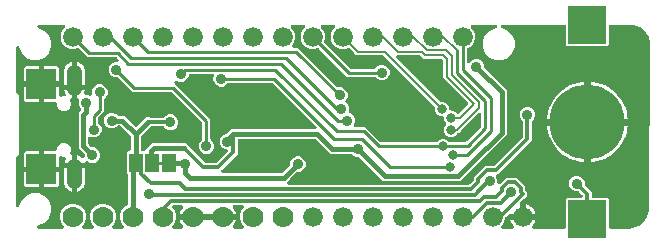
<source format=gbr>
G04 EAGLE Gerber RS-274X export*
G75*
%MOMM*%
%FSLAX34Y34*%
%LPD*%
%INBottom Copper*%
%IPPOS*%
%AMOC8*
5,1,8,0,0,1.08239X$1,22.5*%
G01*
%ADD10C,1.676400*%
%ADD11R,1.168400X1.600200*%
%ADD12C,1.778000*%
%ADD13R,2.500000X2.500000*%
%ADD14C,1.308000*%
%ADD15C,6.350000*%
%ADD16R,3.200000X3.200000*%
%ADD17C,0.889000*%
%ADD18C,0.406400*%
%ADD19C,0.304800*%
%ADD20C,0.906400*%
%ADD21C,0.800100*%
%ADD22C,0.756400*%
%ADD23C,0.254000*%
%ADD24C,0.203200*%

G36*
X422935Y2552D02*
X422935Y2552D01*
X423035Y2554D01*
X423107Y2572D01*
X423181Y2581D01*
X423276Y2614D01*
X423373Y2639D01*
X423439Y2673D01*
X423509Y2698D01*
X423594Y2753D01*
X423683Y2799D01*
X423739Y2847D01*
X423802Y2887D01*
X423872Y2959D01*
X423948Y3024D01*
X423992Y3084D01*
X424044Y3138D01*
X424096Y3224D01*
X424155Y3305D01*
X424185Y3373D01*
X424223Y3437D01*
X424254Y3532D01*
X424293Y3625D01*
X424307Y3698D01*
X424329Y3769D01*
X424337Y3869D01*
X424355Y3968D01*
X424351Y4042D01*
X424357Y4116D01*
X424342Y4215D01*
X424337Y4316D01*
X424316Y4387D01*
X424305Y4461D01*
X424268Y4554D01*
X424240Y4651D01*
X424204Y4716D01*
X424177Y4785D01*
X424119Y4867D01*
X424070Y4955D01*
X424005Y5031D01*
X423978Y5071D01*
X423951Y5095D01*
X423912Y5141D01*
X423469Y5584D01*
X422458Y6975D01*
X421678Y8507D01*
X421146Y10142D01*
X421137Y10201D01*
X430824Y10201D01*
X430850Y10204D01*
X430876Y10202D01*
X431023Y10224D01*
X431170Y10241D01*
X431195Y10249D01*
X431221Y10253D01*
X431358Y10308D01*
X431498Y10358D01*
X431520Y10372D01*
X431545Y10382D01*
X431666Y10467D01*
X431791Y10547D01*
X431803Y10560D01*
X431850Y10515D01*
X431873Y10501D01*
X431892Y10484D01*
X432022Y10412D01*
X432149Y10336D01*
X432174Y10328D01*
X432197Y10315D01*
X432340Y10275D01*
X432481Y10230D01*
X432507Y10227D01*
X432532Y10220D01*
X432776Y10201D01*
X442463Y10201D01*
X442454Y10142D01*
X441922Y8507D01*
X441142Y6975D01*
X440131Y5584D01*
X439688Y5141D01*
X439626Y5063D01*
X439556Y4990D01*
X439518Y4926D01*
X439472Y4868D01*
X439429Y4777D01*
X439377Y4691D01*
X439354Y4620D01*
X439323Y4553D01*
X439301Y4455D01*
X439271Y4359D01*
X439265Y4285D01*
X439249Y4212D01*
X439251Y4112D01*
X439243Y4012D01*
X439254Y3938D01*
X439255Y3864D01*
X439280Y3766D01*
X439295Y3667D01*
X439322Y3598D01*
X439340Y3526D01*
X439386Y3437D01*
X439423Y3343D01*
X439466Y3282D01*
X439500Y3216D01*
X439565Y3140D01*
X439622Y3057D01*
X439677Y3007D01*
X439726Y2951D01*
X439806Y2891D01*
X439881Y2824D01*
X439946Y2788D01*
X440006Y2743D01*
X440098Y2704D01*
X440186Y2655D01*
X440258Y2635D01*
X440326Y2605D01*
X440425Y2588D01*
X440521Y2560D01*
X440621Y2552D01*
X440669Y2544D01*
X440705Y2546D01*
X440765Y2541D01*
X466854Y2541D01*
X466880Y2544D01*
X466906Y2542D01*
X467053Y2564D01*
X467200Y2581D01*
X467225Y2589D01*
X467251Y2593D01*
X467389Y2648D01*
X467528Y2698D01*
X467550Y2712D01*
X467575Y2722D01*
X467696Y2807D01*
X467821Y2887D01*
X467839Y2906D01*
X467861Y2921D01*
X467960Y3031D01*
X468063Y3138D01*
X468077Y3160D01*
X468094Y3180D01*
X468166Y3310D01*
X468242Y3437D01*
X468250Y3462D01*
X468263Y3485D01*
X468303Y3628D01*
X468348Y3769D01*
X468350Y3795D01*
X468358Y3820D01*
X468377Y4064D01*
X468377Y27298D01*
X469568Y28489D01*
X480964Y28489D01*
X481064Y28500D01*
X481164Y28502D01*
X481236Y28520D01*
X481310Y28529D01*
X481405Y28562D01*
X481502Y28587D01*
X481568Y28621D01*
X481638Y28646D01*
X481723Y28701D01*
X481812Y28747D01*
X481868Y28795D01*
X481931Y28835D01*
X482001Y28907D01*
X482077Y28972D01*
X482121Y29032D01*
X482173Y29086D01*
X482225Y29172D01*
X482284Y29253D01*
X482314Y29321D01*
X482352Y29385D01*
X482383Y29481D01*
X482422Y29573D01*
X482436Y29646D01*
X482458Y29717D01*
X482466Y29817D01*
X482484Y29916D01*
X482480Y29990D01*
X482486Y30064D01*
X482471Y30164D01*
X482466Y30264D01*
X482446Y30335D01*
X482435Y30409D01*
X482397Y30502D01*
X482370Y30599D01*
X482333Y30664D01*
X482306Y30733D01*
X482249Y30815D01*
X482199Y30903D01*
X482134Y30979D01*
X482107Y31019D01*
X482080Y31043D01*
X482041Y31089D01*
X479414Y33716D01*
X479315Y33795D01*
X479221Y33879D01*
X479179Y33903D01*
X479141Y33933D01*
X479027Y33987D01*
X478916Y34048D01*
X478869Y34061D01*
X478826Y34082D01*
X478702Y34108D01*
X478581Y34143D01*
X478520Y34148D01*
X478485Y34155D01*
X478437Y34154D01*
X478337Y34162D01*
X476231Y34162D01*
X473851Y35148D01*
X472028Y36971D01*
X471042Y39351D01*
X471042Y41929D01*
X472028Y44309D01*
X473851Y46132D01*
X476231Y47118D01*
X478809Y47118D01*
X481189Y46132D01*
X483012Y44309D01*
X483998Y41929D01*
X483998Y39823D01*
X484012Y39698D01*
X484019Y39571D01*
X484032Y39525D01*
X484038Y39477D01*
X484080Y39358D01*
X484115Y39237D01*
X484139Y39194D01*
X484155Y39149D01*
X484224Y39043D01*
X484285Y38932D01*
X484325Y38886D01*
X484344Y38856D01*
X484379Y38823D01*
X484444Y38746D01*
X489967Y33223D01*
X489967Y30012D01*
X489970Y29986D01*
X489968Y29960D01*
X489990Y29813D01*
X490007Y29666D01*
X490015Y29641D01*
X490019Y29615D01*
X490074Y29477D01*
X490124Y29338D01*
X490138Y29316D01*
X490148Y29291D01*
X490233Y29170D01*
X490313Y29045D01*
X490332Y29027D01*
X490347Y29005D01*
X490457Y28906D01*
X490564Y28803D01*
X490586Y28789D01*
X490606Y28772D01*
X490736Y28700D01*
X490863Y28624D01*
X490888Y28616D01*
X490911Y28603D01*
X491054Y28563D01*
X491195Y28518D01*
X491221Y28516D01*
X491246Y28508D01*
X491490Y28489D01*
X503252Y28489D01*
X504443Y27298D01*
X504443Y4064D01*
X504446Y4038D01*
X504444Y4012D01*
X504466Y3865D01*
X504483Y3718D01*
X504491Y3693D01*
X504495Y3667D01*
X504550Y3529D01*
X504600Y3390D01*
X504614Y3368D01*
X504624Y3343D01*
X504709Y3222D01*
X504789Y3097D01*
X504808Y3079D01*
X504823Y3057D01*
X504933Y2958D01*
X505040Y2855D01*
X505062Y2841D01*
X505082Y2824D01*
X505212Y2752D01*
X505339Y2676D01*
X505364Y2668D01*
X505387Y2655D01*
X505530Y2615D01*
X505671Y2570D01*
X505697Y2568D01*
X505722Y2560D01*
X505966Y2541D01*
X521858Y2541D01*
X521908Y2546D01*
X522026Y2550D01*
X524445Y2819D01*
X524501Y2832D01*
X524558Y2836D01*
X524768Y2893D01*
X524785Y2897D01*
X524788Y2899D01*
X524794Y2900D01*
X529394Y4561D01*
X529499Y4613D01*
X529607Y4657D01*
X529669Y4697D01*
X529706Y4716D01*
X529740Y4744D01*
X529811Y4791D01*
X533673Y7791D01*
X533757Y7873D01*
X533846Y7948D01*
X533893Y8006D01*
X533922Y8035D01*
X533946Y8073D01*
X533999Y8139D01*
X536745Y12186D01*
X536799Y12290D01*
X536861Y12389D01*
X536887Y12458D01*
X536906Y12495D01*
X536917Y12538D01*
X536947Y12618D01*
X538308Y17315D01*
X538317Y17371D01*
X538335Y17426D01*
X538363Y17641D01*
X538366Y17659D01*
X538366Y17663D01*
X538366Y17668D01*
X538475Y20024D01*
X538474Y20046D01*
X538477Y20080D01*
X538479Y20259D01*
X538476Y20284D01*
X538478Y20323D01*
X538438Y21554D01*
X538446Y21594D01*
X538472Y21685D01*
X538482Y21794D01*
X538491Y21843D01*
X538489Y21876D01*
X538494Y21929D01*
X539734Y155875D01*
X539723Y155983D01*
X539721Y156092D01*
X539705Y156153D01*
X539749Y157514D01*
X539748Y157528D01*
X539750Y157549D01*
X539750Y157617D01*
X539747Y157648D01*
X539749Y157701D01*
X539636Y160132D01*
X539627Y160188D01*
X539627Y160245D01*
X539583Y160458D01*
X539580Y160476D01*
X539579Y160479D01*
X539578Y160485D01*
X538217Y165182D01*
X538172Y165290D01*
X538135Y165401D01*
X538098Y165466D01*
X538083Y165504D01*
X538057Y165540D01*
X538015Y165614D01*
X535269Y169661D01*
X535193Y169750D01*
X535124Y169844D01*
X535069Y169894D01*
X535042Y169925D01*
X535006Y169951D01*
X534943Y170009D01*
X531081Y173009D01*
X530982Y173070D01*
X530887Y173138D01*
X530819Y173169D01*
X530784Y173190D01*
X530741Y173204D01*
X530664Y173239D01*
X526064Y174900D01*
X526008Y174913D01*
X525955Y174934D01*
X525743Y174976D01*
X525725Y174980D01*
X525721Y174980D01*
X525715Y174981D01*
X523296Y175250D01*
X523247Y175250D01*
X523128Y175259D01*
X505966Y175259D01*
X505940Y175256D01*
X505914Y175258D01*
X505767Y175236D01*
X505620Y175219D01*
X505595Y175211D01*
X505569Y175207D01*
X505431Y175152D01*
X505292Y175102D01*
X505270Y175088D01*
X505245Y175078D01*
X505124Y174993D01*
X504999Y174913D01*
X504981Y174894D01*
X504959Y174879D01*
X504860Y174769D01*
X504757Y174662D01*
X504743Y174640D01*
X504726Y174620D01*
X504654Y174490D01*
X504578Y174363D01*
X504570Y174338D01*
X504557Y174315D01*
X504517Y174172D01*
X504472Y174031D01*
X504470Y174005D01*
X504462Y173980D01*
X504443Y173736D01*
X504443Y158122D01*
X503252Y156931D01*
X469568Y156931D01*
X468377Y158122D01*
X468377Y173736D01*
X468374Y173762D01*
X468376Y173788D01*
X468354Y173935D01*
X468337Y174082D01*
X468329Y174107D01*
X468325Y174133D01*
X468270Y174270D01*
X468220Y174410D01*
X468206Y174432D01*
X468196Y174457D01*
X468111Y174578D01*
X468031Y174703D01*
X468012Y174721D01*
X467997Y174743D01*
X467887Y174842D01*
X467780Y174945D01*
X467758Y174959D01*
X467738Y174976D01*
X467608Y175048D01*
X467481Y175124D01*
X467456Y175132D01*
X467433Y175145D01*
X467290Y175185D01*
X467149Y175230D01*
X467123Y175232D01*
X467098Y175240D01*
X466854Y175259D01*
X414665Y175259D01*
X414615Y175254D01*
X414564Y175256D01*
X414442Y175234D01*
X414318Y175219D01*
X414271Y175202D01*
X414221Y175193D01*
X414107Y175144D01*
X413990Y175102D01*
X413948Y175075D01*
X413902Y175055D01*
X413802Y174980D01*
X413697Y174913D01*
X413662Y174877D01*
X413622Y174847D01*
X413542Y174752D01*
X413455Y174662D01*
X413429Y174619D01*
X413397Y174581D01*
X413340Y174470D01*
X413276Y174363D01*
X413261Y174315D01*
X413238Y174270D01*
X413208Y174150D01*
X413170Y174031D01*
X413166Y173981D01*
X413154Y173932D01*
X413152Y173808D01*
X413142Y173684D01*
X413150Y173634D01*
X413149Y173584D01*
X413176Y173462D01*
X413194Y173339D01*
X413213Y173292D01*
X413223Y173243D01*
X413277Y173131D01*
X413323Y173015D01*
X413351Y172974D01*
X413373Y172928D01*
X413451Y172831D01*
X413522Y172729D01*
X413559Y172695D01*
X413590Y172656D01*
X413688Y172579D01*
X413780Y172496D01*
X413824Y172471D01*
X413864Y172440D01*
X414082Y172329D01*
X419150Y170229D01*
X422959Y166420D01*
X425021Y161443D01*
X425021Y156057D01*
X422959Y151080D01*
X419150Y147271D01*
X414173Y145209D01*
X408787Y145209D01*
X403810Y147271D01*
X400001Y151080D01*
X397939Y156057D01*
X397939Y161443D01*
X400001Y166420D01*
X403810Y170229D01*
X408878Y172329D01*
X408922Y172353D01*
X408970Y172370D01*
X409074Y172438D01*
X409183Y172498D01*
X409220Y172532D01*
X409263Y172559D01*
X409349Y172649D01*
X409441Y172732D01*
X409470Y172774D01*
X409505Y172810D01*
X409569Y172917D01*
X409639Y173019D01*
X409658Y173066D01*
X409684Y173109D01*
X409721Y173227D01*
X409767Y173343D01*
X409774Y173393D01*
X409790Y173441D01*
X409800Y173565D01*
X409818Y173688D01*
X409814Y173738D01*
X409818Y173788D01*
X409799Y173911D01*
X409789Y174035D01*
X409774Y174083D01*
X409766Y174133D01*
X409720Y174248D01*
X409682Y174367D01*
X409656Y174410D01*
X409637Y174457D01*
X409566Y174559D01*
X409502Y174665D01*
X409467Y174702D01*
X409438Y174743D01*
X409346Y174826D01*
X409259Y174915D01*
X409217Y174943D01*
X409180Y174976D01*
X409071Y175036D01*
X408966Y175104D01*
X408919Y175121D01*
X408875Y175145D01*
X408755Y175179D01*
X408638Y175220D01*
X408588Y175226D01*
X408539Y175240D01*
X408295Y175259D01*
X389247Y175259D01*
X389147Y175248D01*
X389047Y175246D01*
X388974Y175228D01*
X388901Y175219D01*
X388806Y175186D01*
X388709Y175161D01*
X388643Y175127D01*
X388573Y175102D01*
X388488Y175047D01*
X388399Y175001D01*
X388342Y174953D01*
X388280Y174913D01*
X388210Y174841D01*
X388133Y174776D01*
X388089Y174716D01*
X388038Y174662D01*
X387986Y174576D01*
X387926Y174495D01*
X387897Y174427D01*
X387859Y174363D01*
X387828Y174267D01*
X387788Y174175D01*
X387775Y174102D01*
X387752Y174031D01*
X387744Y173931D01*
X387727Y173832D01*
X387730Y173758D01*
X387724Y173684D01*
X387739Y173584D01*
X387745Y173484D01*
X387765Y173413D01*
X387776Y173339D01*
X387813Y173246D01*
X387841Y173149D01*
X387877Y173084D01*
X387905Y173015D01*
X387962Y172933D01*
X388011Y172845D01*
X388076Y172769D01*
X388104Y172729D01*
X388130Y172705D01*
X388170Y172659D01*
X389829Y170999D01*
X391415Y167172D01*
X391415Y163028D01*
X389829Y159200D01*
X386900Y156271D01*
X385243Y155585D01*
X385176Y155548D01*
X385105Y155519D01*
X385025Y155463D01*
X384938Y155415D01*
X384882Y155364D01*
X384819Y155320D01*
X384753Y155247D01*
X384680Y155181D01*
X384637Y155118D01*
X384586Y155062D01*
X384538Y154976D01*
X384482Y154895D01*
X384454Y154823D01*
X384417Y154757D01*
X384390Y154662D01*
X384354Y154570D01*
X384343Y154495D01*
X384322Y154421D01*
X384310Y154272D01*
X384303Y154226D01*
X384305Y154206D01*
X384303Y154177D01*
X384303Y144411D01*
X384314Y144311D01*
X384316Y144211D01*
X384334Y144139D01*
X384343Y144065D01*
X384376Y143970D01*
X384401Y143873D01*
X384435Y143807D01*
X384460Y143737D01*
X384515Y143652D01*
X384561Y143563D01*
X384609Y143506D01*
X384649Y143444D01*
X384721Y143374D01*
X384786Y143298D01*
X384846Y143254D01*
X384900Y143202D01*
X384986Y143150D01*
X385067Y143091D01*
X385135Y143061D01*
X385199Y143023D01*
X385295Y142992D01*
X385387Y142953D01*
X385460Y142939D01*
X385531Y142917D01*
X385631Y142909D01*
X385730Y142891D01*
X385804Y142895D01*
X385878Y142889D01*
X385978Y142904D01*
X386078Y142909D01*
X386149Y142929D01*
X386223Y142940D01*
X386316Y142977D01*
X386413Y143005D01*
X386478Y143042D01*
X386547Y143069D01*
X386629Y143126D01*
X386717Y143175D01*
X386793Y143241D01*
X386833Y143268D01*
X386857Y143295D01*
X386903Y143334D01*
X388761Y145192D01*
X391141Y146178D01*
X393719Y146178D01*
X396099Y145192D01*
X397922Y143369D01*
X398908Y140989D01*
X398908Y139602D01*
X398909Y139589D01*
X398909Y139581D01*
X398915Y139539D01*
X398922Y139476D01*
X398929Y139350D01*
X398942Y139303D01*
X398948Y139255D01*
X398990Y139136D01*
X399025Y139015D01*
X399049Y138973D01*
X399065Y138927D01*
X399134Y138821D01*
X399195Y138711D01*
X399235Y138665D01*
X399254Y138635D01*
X399289Y138601D01*
X399354Y138525D01*
X418085Y119794D01*
X418085Y82136D01*
X378874Y42925D01*
X313276Y42925D01*
X293275Y62926D01*
X293176Y63005D01*
X293083Y63089D01*
X293040Y63113D01*
X293002Y63143D01*
X292888Y63197D01*
X292778Y63258D01*
X292731Y63271D01*
X292687Y63292D01*
X292564Y63318D01*
X292442Y63353D01*
X292381Y63358D01*
X292347Y63365D01*
X292299Y63364D01*
X292198Y63372D01*
X290811Y63372D01*
X288431Y64358D01*
X287450Y65339D01*
X287351Y65418D01*
X287257Y65502D01*
X287215Y65526D01*
X287177Y65556D01*
X287063Y65610D01*
X286952Y65671D01*
X286906Y65684D01*
X286862Y65705D01*
X286738Y65731D01*
X286617Y65766D01*
X286556Y65771D01*
X286521Y65778D01*
X286473Y65777D01*
X286373Y65785D01*
X268826Y65785D01*
X256572Y78039D01*
X256473Y78118D01*
X256380Y78202D01*
X256337Y78226D01*
X256299Y78256D01*
X256185Y78310D01*
X256075Y78371D01*
X256028Y78384D01*
X255984Y78405D01*
X255861Y78431D01*
X255739Y78466D01*
X255678Y78471D01*
X255644Y78478D01*
X255596Y78477D01*
X255495Y78485D01*
X191770Y78485D01*
X191744Y78482D01*
X191718Y78484D01*
X191571Y78462D01*
X191424Y78445D01*
X191399Y78437D01*
X191373Y78433D01*
X191235Y78378D01*
X191096Y78328D01*
X191074Y78314D01*
X191049Y78304D01*
X190928Y78219D01*
X190803Y78139D01*
X190785Y78120D01*
X190763Y78105D01*
X190664Y77995D01*
X190561Y77888D01*
X190547Y77866D01*
X190530Y77846D01*
X190458Y77716D01*
X190382Y77589D01*
X190374Y77564D01*
X190361Y77541D01*
X190321Y77398D01*
X190276Y77257D01*
X190274Y77231D01*
X190266Y77206D01*
X190247Y76962D01*
X190247Y65837D01*
X176795Y52385D01*
X176733Y52307D01*
X176663Y52234D01*
X176625Y52170D01*
X176578Y52112D01*
X176536Y52021D01*
X176484Y51935D01*
X176461Y51864D01*
X176430Y51797D01*
X176408Y51699D01*
X176378Y51603D01*
X176372Y51529D01*
X176356Y51456D01*
X176358Y51356D01*
X176350Y51256D01*
X176361Y51182D01*
X176362Y51108D01*
X176387Y51011D01*
X176401Y50911D01*
X176429Y50842D01*
X176447Y50770D01*
X176493Y50680D01*
X176530Y50587D01*
X176573Y50526D01*
X176607Y50460D01*
X176672Y50383D01*
X176729Y50301D01*
X176784Y50251D01*
X176833Y50195D01*
X176913Y50135D01*
X176988Y50068D01*
X177053Y50032D01*
X177113Y49987D01*
X177205Y49948D01*
X177293Y49899D01*
X177365Y49879D01*
X177433Y49849D01*
X177532Y49832D01*
X177628Y49804D01*
X177728Y49796D01*
X177776Y49788D01*
X177812Y49790D01*
X177872Y49785D01*
X227555Y49785D01*
X227681Y49799D01*
X227807Y49806D01*
X227854Y49819D01*
X227902Y49825D01*
X228021Y49867D01*
X228142Y49902D01*
X228184Y49926D01*
X228230Y49942D01*
X228336Y50011D01*
X228446Y50072D01*
X228492Y50112D01*
X228522Y50131D01*
X228556Y50166D01*
X228632Y50231D01*
X234376Y55975D01*
X234455Y56074D01*
X234539Y56167D01*
X234563Y56210D01*
X234593Y56248D01*
X234647Y56362D01*
X234708Y56472D01*
X234721Y56519D01*
X234742Y56563D01*
X234768Y56686D01*
X234803Y56808D01*
X234808Y56869D01*
X234815Y56903D01*
X234814Y56951D01*
X234822Y57052D01*
X234822Y58439D01*
X235808Y60819D01*
X237631Y62642D01*
X240011Y63628D01*
X242589Y63628D01*
X244969Y62642D01*
X246792Y60819D01*
X247778Y58439D01*
X247778Y55861D01*
X246792Y53481D01*
X244969Y51658D01*
X242589Y50672D01*
X241202Y50672D01*
X241076Y50658D01*
X240950Y50651D01*
X240903Y50638D01*
X240855Y50632D01*
X240736Y50590D01*
X240615Y50555D01*
X240573Y50531D01*
X240527Y50515D01*
X240421Y50446D01*
X240311Y50385D01*
X240265Y50345D01*
X240235Y50326D01*
X240201Y50291D01*
X240125Y50226D01*
X234381Y44482D01*
X232349Y42451D01*
X232287Y42372D01*
X232217Y42300D01*
X232179Y42236D01*
X232132Y42178D01*
X232090Y42087D01*
X232038Y42001D01*
X232015Y41930D01*
X231984Y41863D01*
X231962Y41764D01*
X231932Y41669D01*
X231926Y41595D01*
X231910Y41522D01*
X231912Y41421D01*
X231904Y41321D01*
X231915Y41248D01*
X231916Y41173D01*
X231941Y41076D01*
X231955Y40977D01*
X231983Y40908D01*
X232001Y40835D01*
X232047Y40746D01*
X232084Y40653D01*
X232127Y40592D01*
X232161Y40526D01*
X232226Y40449D01*
X232283Y40367D01*
X232338Y40317D01*
X232387Y40260D01*
X232467Y40200D01*
X232542Y40133D01*
X232607Y40097D01*
X232667Y40053D01*
X232759Y40013D01*
X232847Y39965D01*
X232919Y39944D01*
X232987Y39915D01*
X233086Y39897D01*
X233182Y39870D01*
X233282Y39862D01*
X233330Y39853D01*
X233366Y39855D01*
X233426Y39850D01*
X385979Y39850D01*
X386105Y39865D01*
X386231Y39871D01*
X386278Y39885D01*
X386326Y39890D01*
X386445Y39933D01*
X386566Y39968D01*
X386608Y39991D01*
X386654Y40008D01*
X386760Y40076D01*
X386870Y40138D01*
X386916Y40177D01*
X386946Y40197D01*
X386980Y40231D01*
X387056Y40296D01*
X389824Y43064D01*
X389903Y43163D01*
X389987Y43257D01*
X390011Y43299D01*
X390041Y43337D01*
X390095Y43451D01*
X390156Y43562D01*
X390169Y43609D01*
X390190Y43652D01*
X390216Y43776D01*
X390251Y43897D01*
X390256Y43958D01*
X390263Y43993D01*
X390262Y44041D01*
X390270Y44141D01*
X390270Y46189D01*
X399708Y55627D01*
X406836Y55627D01*
X406961Y55641D01*
X407088Y55648D01*
X407134Y55661D01*
X407182Y55667D01*
X407301Y55709D01*
X407422Y55744D01*
X407465Y55768D01*
X407510Y55784D01*
X407616Y55853D01*
X407727Y55914D01*
X407773Y55954D01*
X407803Y55973D01*
X407836Y56008D01*
X407913Y56073D01*
X431607Y79767D01*
X431686Y79866D01*
X431770Y79960D01*
X431794Y80002D01*
X431824Y80040D01*
X431878Y80154D01*
X431939Y80265D01*
X431952Y80312D01*
X431973Y80355D01*
X431999Y80479D01*
X432034Y80600D01*
X432039Y80661D01*
X432046Y80696D01*
X432045Y80744D01*
X432053Y80844D01*
X432053Y92825D01*
X432039Y92950D01*
X432032Y93077D01*
X432019Y93123D01*
X432013Y93171D01*
X431971Y93290D01*
X431936Y93412D01*
X431912Y93454D01*
X431896Y93499D01*
X431827Y93605D01*
X431766Y93716D01*
X431726Y93762D01*
X431707Y93792D01*
X431672Y93826D01*
X431607Y93902D01*
X430118Y95391D01*
X429132Y97771D01*
X429132Y100349D01*
X430118Y102729D01*
X431941Y104552D01*
X434321Y105538D01*
X436899Y105538D01*
X439279Y104552D01*
X441102Y102729D01*
X442088Y100349D01*
X442088Y97771D01*
X441102Y95391D01*
X439613Y93902D01*
X439534Y93803D01*
X439450Y93709D01*
X439426Y93667D01*
X439396Y93629D01*
X439342Y93515D01*
X439281Y93404D01*
X439268Y93358D01*
X439247Y93314D01*
X439221Y93190D01*
X439186Y93069D01*
X439181Y93008D01*
X439174Y92973D01*
X439175Y92925D01*
X439167Y92825D01*
X439167Y77267D01*
X410405Y48505D01*
X410329Y48496D01*
X410178Y48484D01*
X410155Y48476D01*
X410131Y48473D01*
X409990Y48423D01*
X409847Y48377D01*
X409826Y48364D01*
X409803Y48356D01*
X409677Y48274D01*
X409548Y48197D01*
X409531Y48180D01*
X409510Y48167D01*
X409406Y48059D01*
X409298Y47954D01*
X409285Y47934D01*
X409268Y47916D01*
X409191Y47787D01*
X409110Y47661D01*
X409102Y47638D01*
X409089Y47617D01*
X409044Y47474D01*
X408993Y47332D01*
X408991Y47308D01*
X408983Y47285D01*
X408971Y47136D01*
X408954Y46986D01*
X408957Y46962D01*
X408955Y46938D01*
X408978Y46789D01*
X408995Y46640D01*
X409004Y46612D01*
X409007Y46593D01*
X409024Y46549D01*
X409070Y46407D01*
X410084Y43961D01*
X410084Y41740D01*
X410095Y41640D01*
X410097Y41540D01*
X410115Y41468D01*
X410124Y41394D01*
X410157Y41300D01*
X410182Y41202D01*
X410216Y41136D01*
X410241Y41066D01*
X410296Y40982D01*
X410342Y40892D01*
X410390Y40836D01*
X410430Y40773D01*
X410502Y40703D01*
X410567Y40627D01*
X410627Y40583D01*
X410681Y40531D01*
X410767Y40479D01*
X410848Y40420D01*
X410916Y40390D01*
X410980Y40352D01*
X411076Y40321D01*
X411168Y40282D01*
X411241Y40269D01*
X411312Y40246D01*
X411412Y40238D01*
X411511Y40220D01*
X411585Y40224D01*
X411659Y40218D01*
X411759Y40233D01*
X411859Y40238D01*
X411930Y40259D01*
X412004Y40270D01*
X412097Y40307D01*
X412194Y40335D01*
X412259Y40371D01*
X412328Y40398D01*
X412410Y40456D01*
X412498Y40505D01*
X412574Y40570D01*
X412614Y40597D01*
X412638Y40624D01*
X412684Y40663D01*
X414577Y42556D01*
X417250Y45229D01*
X417289Y45243D01*
X417395Y45312D01*
X417506Y45373D01*
X417552Y45413D01*
X417582Y45432D01*
X417615Y45467D01*
X426300Y45467D01*
X433452Y38315D01*
X433452Y35644D01*
X433466Y35519D01*
X433473Y35393D01*
X433486Y35346D01*
X433492Y35298D01*
X433534Y35179D01*
X433569Y35058D01*
X433593Y35016D01*
X433609Y34970D01*
X433678Y34864D01*
X433739Y34753D01*
X433779Y34707D01*
X433798Y34677D01*
X433833Y34644D01*
X433898Y34567D01*
X435242Y33223D01*
X435242Y30277D01*
X432712Y27747D01*
X429747Y24782D01*
X429668Y24683D01*
X429584Y24589D01*
X429560Y24547D01*
X429530Y24509D01*
X429476Y24395D01*
X429415Y24284D01*
X429402Y24237D01*
X429381Y24194D01*
X429355Y24070D01*
X429320Y23948D01*
X429315Y23888D01*
X429308Y23853D01*
X429309Y23805D01*
X429301Y23705D01*
X429301Y15199D01*
X420795Y15199D01*
X420670Y15185D01*
X420543Y15178D01*
X420497Y15165D01*
X420449Y15159D01*
X420330Y15117D01*
X420209Y15082D01*
X420166Y15058D01*
X420121Y15042D01*
X420015Y14973D01*
X419904Y14912D01*
X419858Y14872D01*
X419828Y14853D01*
X419795Y14818D01*
X419718Y14753D01*
X417261Y12296D01*
X417182Y12197D01*
X417098Y12103D01*
X417074Y12061D01*
X417044Y12023D01*
X416990Y11909D01*
X416929Y11798D01*
X416916Y11751D01*
X416895Y11708D01*
X416869Y11584D01*
X416834Y11462D01*
X416829Y11402D01*
X416822Y11367D01*
X416823Y11319D01*
X416815Y11219D01*
X416815Y10628D01*
X415229Y6801D01*
X413570Y5141D01*
X413507Y5062D01*
X413438Y4990D01*
X413399Y4926D01*
X413353Y4868D01*
X413310Y4777D01*
X413259Y4691D01*
X413236Y4620D01*
X413204Y4553D01*
X413183Y4455D01*
X413152Y4359D01*
X413146Y4285D01*
X413131Y4212D01*
X413133Y4112D01*
X413124Y4012D01*
X413136Y3938D01*
X413137Y3864D01*
X413161Y3767D01*
X413176Y3667D01*
X413204Y3598D01*
X413222Y3526D01*
X413268Y3437D01*
X413305Y3343D01*
X413347Y3282D01*
X413381Y3216D01*
X413447Y3140D01*
X413504Y3057D01*
X413559Y3007D01*
X413607Y2951D01*
X413688Y2891D01*
X413763Y2824D01*
X413828Y2788D01*
X413888Y2743D01*
X413980Y2704D01*
X414068Y2655D01*
X414139Y2635D01*
X414208Y2605D01*
X414306Y2588D01*
X414403Y2560D01*
X414503Y2552D01*
X414551Y2544D01*
X414586Y2546D01*
X414647Y2541D01*
X422835Y2541D01*
X422935Y2552D01*
G37*
G36*
X41935Y2552D02*
X41935Y2552D01*
X42035Y2554D01*
X42107Y2572D01*
X42181Y2581D01*
X42275Y2614D01*
X42373Y2639D01*
X42439Y2673D01*
X42509Y2698D01*
X42593Y2753D01*
X42683Y2799D01*
X42739Y2847D01*
X42802Y2887D01*
X42872Y2959D01*
X42948Y3024D01*
X42992Y3084D01*
X43044Y3138D01*
X43096Y3224D01*
X43155Y3305D01*
X43185Y3373D01*
X43223Y3437D01*
X43254Y3533D01*
X43293Y3625D01*
X43306Y3698D01*
X43329Y3769D01*
X43337Y3869D01*
X43355Y3968D01*
X43351Y4042D01*
X43357Y4116D01*
X43342Y4216D01*
X43337Y4316D01*
X43316Y4387D01*
X43305Y4461D01*
X43268Y4554D01*
X43241Y4651D01*
X43204Y4716D01*
X43177Y4785D01*
X43119Y4867D01*
X43070Y4955D01*
X43005Y5031D01*
X42978Y5071D01*
X42951Y5095D01*
X42912Y5141D01*
X41540Y6513D01*
X39877Y10527D01*
X39877Y14873D01*
X41540Y18887D01*
X44613Y21960D01*
X48627Y23623D01*
X52973Y23623D01*
X56987Y21960D01*
X60060Y18887D01*
X61723Y14873D01*
X61723Y10527D01*
X60060Y6513D01*
X58688Y5141D01*
X58626Y5062D01*
X58556Y4990D01*
X58518Y4926D01*
X58472Y4868D01*
X58429Y4777D01*
X58377Y4691D01*
X58354Y4620D01*
X58323Y4553D01*
X58301Y4455D01*
X58271Y4359D01*
X58265Y4285D01*
X58249Y4212D01*
X58251Y4112D01*
X58243Y4012D01*
X58254Y3938D01*
X58255Y3864D01*
X58280Y3767D01*
X58295Y3667D01*
X58322Y3598D01*
X58340Y3526D01*
X58386Y3437D01*
X58423Y3343D01*
X58466Y3282D01*
X58500Y3216D01*
X58565Y3140D01*
X58622Y3057D01*
X58677Y3007D01*
X58726Y2951D01*
X58806Y2891D01*
X58881Y2824D01*
X58946Y2788D01*
X59006Y2743D01*
X59098Y2704D01*
X59186Y2655D01*
X59258Y2635D01*
X59326Y2605D01*
X59425Y2588D01*
X59521Y2560D01*
X59621Y2552D01*
X59669Y2544D01*
X59705Y2546D01*
X59765Y2541D01*
X67235Y2541D01*
X67335Y2552D01*
X67435Y2554D01*
X67507Y2572D01*
X67581Y2581D01*
X67675Y2614D01*
X67773Y2639D01*
X67839Y2673D01*
X67909Y2698D01*
X67993Y2753D01*
X68083Y2799D01*
X68139Y2847D01*
X68202Y2887D01*
X68272Y2959D01*
X68348Y3024D01*
X68392Y3084D01*
X68444Y3138D01*
X68496Y3224D01*
X68555Y3305D01*
X68585Y3373D01*
X68623Y3437D01*
X68654Y3533D01*
X68693Y3625D01*
X68706Y3698D01*
X68729Y3769D01*
X68737Y3869D01*
X68755Y3968D01*
X68751Y4042D01*
X68757Y4116D01*
X68742Y4216D01*
X68737Y4316D01*
X68716Y4387D01*
X68705Y4461D01*
X68668Y4554D01*
X68641Y4651D01*
X68604Y4716D01*
X68577Y4785D01*
X68519Y4867D01*
X68470Y4955D01*
X68405Y5031D01*
X68378Y5071D01*
X68351Y5095D01*
X68312Y5141D01*
X66940Y6513D01*
X65277Y10527D01*
X65277Y14873D01*
X66940Y18887D01*
X70013Y21960D01*
X74027Y23623D01*
X78373Y23623D01*
X82387Y21960D01*
X85460Y18887D01*
X87123Y14873D01*
X87123Y10527D01*
X85460Y6513D01*
X84088Y5141D01*
X84026Y5062D01*
X83956Y4990D01*
X83918Y4926D01*
X83872Y4868D01*
X83829Y4777D01*
X83777Y4691D01*
X83754Y4620D01*
X83723Y4553D01*
X83701Y4455D01*
X83671Y4359D01*
X83665Y4285D01*
X83649Y4212D01*
X83651Y4112D01*
X83643Y4012D01*
X83654Y3938D01*
X83655Y3864D01*
X83680Y3767D01*
X83695Y3667D01*
X83722Y3598D01*
X83740Y3526D01*
X83786Y3437D01*
X83823Y3343D01*
X83866Y3282D01*
X83900Y3216D01*
X83965Y3140D01*
X84022Y3057D01*
X84077Y3007D01*
X84126Y2951D01*
X84206Y2891D01*
X84281Y2824D01*
X84346Y2788D01*
X84406Y2743D01*
X84498Y2704D01*
X84586Y2655D01*
X84658Y2635D01*
X84726Y2605D01*
X84825Y2588D01*
X84921Y2560D01*
X85021Y2552D01*
X85069Y2544D01*
X85105Y2546D01*
X85165Y2541D01*
X92635Y2541D01*
X92735Y2552D01*
X92835Y2554D01*
X92907Y2572D01*
X92981Y2581D01*
X93075Y2614D01*
X93173Y2639D01*
X93239Y2673D01*
X93309Y2698D01*
X93393Y2753D01*
X93483Y2799D01*
X93539Y2847D01*
X93602Y2887D01*
X93672Y2959D01*
X93748Y3024D01*
X93792Y3084D01*
X93844Y3138D01*
X93896Y3224D01*
X93955Y3305D01*
X93985Y3373D01*
X94023Y3437D01*
X94054Y3533D01*
X94093Y3625D01*
X94106Y3698D01*
X94129Y3769D01*
X94137Y3869D01*
X94155Y3968D01*
X94151Y4042D01*
X94157Y4116D01*
X94142Y4216D01*
X94137Y4316D01*
X94116Y4387D01*
X94105Y4461D01*
X94068Y4554D01*
X94041Y4651D01*
X94004Y4716D01*
X93977Y4785D01*
X93919Y4867D01*
X93870Y4955D01*
X93805Y5031D01*
X93778Y5071D01*
X93751Y5095D01*
X93712Y5141D01*
X92340Y6513D01*
X90677Y10527D01*
X90677Y14873D01*
X92340Y18887D01*
X95413Y21960D01*
X96595Y22449D01*
X96662Y22487D01*
X96733Y22515D01*
X96813Y22571D01*
X96900Y22619D01*
X96956Y22670D01*
X97019Y22714D01*
X97085Y22787D01*
X97158Y22853D01*
X97201Y22916D01*
X97252Y22973D01*
X97300Y23059D01*
X97356Y23140D01*
X97384Y23211D01*
X97393Y23226D01*
X97400Y23239D01*
X97401Y23242D01*
X97421Y23278D01*
X97448Y23372D01*
X97484Y23464D01*
X97494Y23531D01*
X97506Y23571D01*
X97507Y23584D01*
X97516Y23613D01*
X97528Y23762D01*
X97535Y23809D01*
X97533Y23828D01*
X97535Y23857D01*
X97535Y47676D01*
X97521Y47802D01*
X97514Y47928D01*
X97501Y47974D01*
X97495Y48022D01*
X97453Y48141D01*
X97418Y48263D01*
X97394Y48305D01*
X97378Y48350D01*
X97309Y48457D01*
X97248Y48567D01*
X97208Y48613D01*
X97189Y48643D01*
X97154Y48677D01*
X97089Y48753D01*
X96265Y49577D01*
X96265Y67263D01*
X97456Y68454D01*
X98552Y68454D01*
X98578Y68457D01*
X98604Y68455D01*
X98751Y68477D01*
X98898Y68494D01*
X98923Y68502D01*
X98949Y68506D01*
X99087Y68561D01*
X99226Y68611D01*
X99248Y68625D01*
X99273Y68635D01*
X99394Y68720D01*
X99519Y68800D01*
X99537Y68819D01*
X99559Y68834D01*
X99658Y68944D01*
X99761Y69051D01*
X99775Y69073D01*
X99792Y69093D01*
X99864Y69223D01*
X99940Y69350D01*
X99948Y69375D01*
X99961Y69398D01*
X100001Y69541D01*
X100046Y69682D01*
X100048Y69708D01*
X100056Y69733D01*
X100075Y69977D01*
X100075Y80235D01*
X100073Y80258D01*
X100074Y80279D01*
X100060Y80373D01*
X100054Y80487D01*
X100041Y80534D01*
X100035Y80582D01*
X100024Y80613D01*
X100023Y80623D01*
X100000Y80680D01*
X99993Y80701D01*
X99958Y80822D01*
X99934Y80864D01*
X99918Y80910D01*
X99894Y80946D01*
X99894Y80947D01*
X99890Y80954D01*
X99849Y81016D01*
X99788Y81126D01*
X99748Y81172D01*
X99729Y81202D01*
X99694Y81236D01*
X99629Y81312D01*
X91472Y89469D01*
X91373Y89548D01*
X91280Y89632D01*
X91237Y89656D01*
X91199Y89686D01*
X91085Y89740D01*
X90975Y89801D01*
X90928Y89814D01*
X90884Y89835D01*
X90761Y89861D01*
X90639Y89896D01*
X90578Y89901D01*
X90544Y89908D01*
X90496Y89907D01*
X90395Y89915D01*
X89670Y89915D01*
X89545Y89901D01*
X89418Y89894D01*
X89372Y89881D01*
X89324Y89875D01*
X89205Y89833D01*
X89083Y89798D01*
X89041Y89774D01*
X88996Y89758D01*
X88890Y89689D01*
X88779Y89628D01*
X88733Y89588D01*
X88703Y89569D01*
X88670Y89534D01*
X88593Y89469D01*
X87539Y88415D01*
X85126Y87415D01*
X82514Y87415D01*
X80101Y88415D01*
X78255Y90261D01*
X77255Y92674D01*
X77255Y95286D01*
X78255Y97699D01*
X80101Y99545D01*
X82514Y100545D01*
X85126Y100545D01*
X86589Y99939D01*
X86591Y99938D01*
X86593Y99937D01*
X86757Y99891D01*
X86924Y99843D01*
X86926Y99843D01*
X86928Y99842D01*
X87172Y99823D01*
X87728Y99823D01*
X89060Y98491D01*
X89159Y98412D01*
X89253Y98328D01*
X89295Y98304D01*
X89333Y98274D01*
X89447Y98220D01*
X89558Y98159D01*
X89604Y98146D01*
X89648Y98125D01*
X89771Y98099D01*
X89893Y98064D01*
X89954Y98059D01*
X89989Y98052D01*
X90037Y98053D01*
X90137Y98045D01*
X94394Y98045D01*
X103063Y89376D01*
X103083Y89359D01*
X103100Y89339D01*
X103220Y89251D01*
X103336Y89159D01*
X103360Y89148D01*
X103381Y89132D01*
X103517Y89073D01*
X103651Y89010D01*
X103677Y89004D01*
X103701Y88994D01*
X103847Y88968D01*
X103992Y88937D01*
X104018Y88937D01*
X104044Y88932D01*
X104192Y88940D01*
X104340Y88943D01*
X104366Y88949D01*
X104392Y88950D01*
X104534Y88991D01*
X104678Y89028D01*
X104702Y89040D01*
X104727Y89047D01*
X104856Y89119D01*
X104988Y89187D01*
X105008Y89204D01*
X105031Y89217D01*
X105217Y89376D01*
X112616Y96775D01*
X115984Y96775D01*
X116046Y96713D01*
X116145Y96634D01*
X116238Y96550D01*
X116281Y96526D01*
X116319Y96496D01*
X116433Y96442D01*
X116543Y96381D01*
X116590Y96368D01*
X116634Y96347D01*
X116757Y96321D01*
X116879Y96286D01*
X116940Y96281D01*
X116974Y96274D01*
X117022Y96275D01*
X117123Y96267D01*
X126992Y96267D01*
X127117Y96281D01*
X127244Y96288D01*
X127290Y96301D01*
X127338Y96307D01*
X127457Y96349D01*
X127578Y96384D01*
X127621Y96408D01*
X127666Y96424D01*
X127772Y96493D01*
X127883Y96554D01*
X127929Y96594D01*
X127959Y96613D01*
X127992Y96648D01*
X128069Y96713D01*
X129631Y98275D01*
X132044Y99275D01*
X134656Y99275D01*
X137069Y98275D01*
X138915Y96429D01*
X139915Y94016D01*
X139915Y91404D01*
X138915Y88991D01*
X137069Y87145D01*
X134656Y86145D01*
X132044Y86145D01*
X129631Y87145D01*
X128069Y88707D01*
X127970Y88786D01*
X127876Y88870D01*
X127834Y88894D01*
X127796Y88924D01*
X127682Y88978D01*
X127571Y89039D01*
X127524Y89052D01*
X127481Y89073D01*
X127357Y89099D01*
X127236Y89134D01*
X127175Y89139D01*
X127140Y89146D01*
X127092Y89145D01*
X126992Y89153D01*
X117123Y89153D01*
X116997Y89139D01*
X116871Y89132D01*
X116824Y89119D01*
X116776Y89113D01*
X116657Y89071D01*
X116536Y89036D01*
X116494Y89012D01*
X116448Y88996D01*
X116342Y88927D01*
X116232Y88866D01*
X116186Y88826D01*
X116156Y88807D01*
X116122Y88772D01*
X116046Y88707D01*
X108651Y81312D01*
X108572Y81213D01*
X108488Y81120D01*
X108464Y81077D01*
X108434Y81039D01*
X108380Y80925D01*
X108352Y80873D01*
X108340Y80854D01*
X108339Y80850D01*
X108319Y80815D01*
X108306Y80768D01*
X108285Y80724D01*
X108259Y80601D01*
X108257Y80596D01*
X108234Y80522D01*
X108233Y80508D01*
X108224Y80479D01*
X108219Y80418D01*
X108212Y80384D01*
X108213Y80336D01*
X108205Y80235D01*
X108205Y69977D01*
X108208Y69951D01*
X108206Y69925D01*
X108228Y69778D01*
X108245Y69631D01*
X108253Y69606D01*
X108257Y69580D01*
X108312Y69442D01*
X108362Y69303D01*
X108376Y69281D01*
X108386Y69256D01*
X108471Y69135D01*
X108551Y69010D01*
X108570Y68992D01*
X108585Y68970D01*
X108695Y68871D01*
X108802Y68768D01*
X108824Y68754D01*
X108844Y68737D01*
X108974Y68665D01*
X109101Y68589D01*
X109126Y68581D01*
X109149Y68568D01*
X109292Y68528D01*
X109433Y68483D01*
X109459Y68481D01*
X109484Y68473D01*
X109728Y68454D01*
X111252Y68454D01*
X111278Y68457D01*
X111304Y68455D01*
X111451Y68477D01*
X111598Y68494D01*
X111623Y68502D01*
X111649Y68506D01*
X111787Y68561D01*
X111926Y68611D01*
X111948Y68625D01*
X111973Y68635D01*
X112094Y68720D01*
X112219Y68800D01*
X112237Y68819D01*
X112259Y68834D01*
X112358Y68944D01*
X112461Y69051D01*
X112475Y69073D01*
X112492Y69093D01*
X112564Y69223D01*
X112640Y69350D01*
X112648Y69375D01*
X112661Y69398D01*
X112701Y69541D01*
X112746Y69682D01*
X112748Y69708D01*
X112756Y69733D01*
X112775Y69977D01*
X112775Y70264D01*
X117696Y75185D01*
X146464Y75185D01*
X148845Y72804D01*
X148845Y72716D01*
X148859Y72591D01*
X148866Y72464D01*
X148879Y72418D01*
X148885Y72370D01*
X148927Y72251D01*
X148962Y72130D01*
X148986Y72087D01*
X149002Y72042D01*
X149071Y71936D01*
X149132Y71825D01*
X149172Y71779D01*
X149191Y71749D01*
X149226Y71716D01*
X149291Y71639D01*
X162317Y58613D01*
X162416Y58534D01*
X162510Y58450D01*
X162552Y58426D01*
X162590Y58396D01*
X162704Y58342D01*
X162815Y58281D01*
X162862Y58268D01*
X162905Y58247D01*
X163029Y58221D01*
X163150Y58186D01*
X163211Y58181D01*
X163246Y58174D01*
X163294Y58175D01*
X163394Y58167D01*
X171886Y58167D01*
X172011Y58181D01*
X172138Y58188D01*
X172184Y58201D01*
X172232Y58207D01*
X172351Y58249D01*
X172472Y58284D01*
X172515Y58308D01*
X172560Y58324D01*
X172666Y58393D01*
X172777Y58454D01*
X172823Y58494D01*
X172853Y58513D01*
X172887Y58548D01*
X172963Y58613D01*
X181472Y67122D01*
X181534Y67200D01*
X181604Y67273D01*
X181642Y67337D01*
X181689Y67395D01*
X181731Y67486D01*
X181783Y67572D01*
X181806Y67643D01*
X181837Y67710D01*
X181859Y67808D01*
X181889Y67904D01*
X181895Y67978D01*
X181911Y68051D01*
X181909Y68151D01*
X181917Y68251D01*
X181906Y68325D01*
X181905Y68399D01*
X181880Y68496D01*
X181866Y68596D01*
X181838Y68665D01*
X181820Y68737D01*
X181774Y68827D01*
X181737Y68920D01*
X181694Y68981D01*
X181660Y69047D01*
X181595Y69124D01*
X181538Y69206D01*
X181483Y69256D01*
X181434Y69312D01*
X181354Y69372D01*
X181279Y69439D01*
X181214Y69475D01*
X181154Y69520D01*
X181062Y69559D01*
X180974Y69608D01*
X180902Y69628D01*
X180834Y69658D01*
X180735Y69675D01*
X180639Y69703D01*
X180539Y69711D01*
X180491Y69719D01*
X180455Y69717D01*
X180395Y69722D01*
X180321Y69722D01*
X177941Y70708D01*
X176118Y72531D01*
X175132Y74911D01*
X175132Y77489D01*
X176118Y79869D01*
X177941Y81692D01*
X180321Y82678D01*
X180438Y82678D01*
X180564Y82692D01*
X180690Y82699D01*
X180737Y82712D01*
X180785Y82718D01*
X180904Y82760D01*
X181025Y82795D01*
X181067Y82819D01*
X181113Y82835D01*
X181219Y82904D01*
X181329Y82965D01*
X181376Y83005D01*
X181406Y83024D01*
X181439Y83059D01*
X181515Y83124D01*
X185006Y86615D01*
X255557Y86615D01*
X255657Y86626D01*
X255757Y86628D01*
X255829Y86646D01*
X255903Y86655D01*
X255998Y86688D01*
X256095Y86713D01*
X256161Y86747D01*
X256231Y86772D01*
X256316Y86827D01*
X256405Y86873D01*
X256462Y86921D01*
X256524Y86961D01*
X256594Y87033D01*
X256670Y87098D01*
X256715Y87158D01*
X256766Y87212D01*
X256818Y87298D01*
X256878Y87379D01*
X256907Y87447D01*
X256945Y87511D01*
X256976Y87607D01*
X257016Y87699D01*
X257029Y87772D01*
X257051Y87843D01*
X257060Y87943D01*
X257077Y88042D01*
X257073Y88116D01*
X257079Y88190D01*
X257065Y88290D01*
X257059Y88390D01*
X257039Y88461D01*
X257028Y88535D01*
X256991Y88628D01*
X256963Y88725D01*
X256926Y88790D01*
X256899Y88859D01*
X256842Y88941D01*
X256793Y89029D01*
X256728Y89105D01*
X256700Y89145D01*
X256674Y89169D01*
X256634Y89215D01*
X220058Y125791D01*
X219959Y125870D01*
X219865Y125954D01*
X219823Y125978D01*
X219785Y126008D01*
X219671Y126062D01*
X219560Y126123D01*
X219514Y126136D01*
X219470Y126157D01*
X219347Y126183D01*
X219225Y126218D01*
X219164Y126223D01*
X219129Y126230D01*
X219081Y126229D01*
X218981Y126237D01*
X183019Y126237D01*
X182894Y126223D01*
X182767Y126216D01*
X182721Y126203D01*
X182673Y126197D01*
X182554Y126155D01*
X182432Y126120D01*
X182390Y126096D01*
X182345Y126080D01*
X182239Y126011D01*
X182128Y125950D01*
X182082Y125910D01*
X182052Y125891D01*
X182018Y125856D01*
X181942Y125791D01*
X179945Y123794D01*
X177565Y122808D01*
X174987Y122808D01*
X172607Y123794D01*
X170784Y125617D01*
X169798Y127997D01*
X169798Y130575D01*
X170286Y131751D01*
X170327Y131896D01*
X170373Y132039D01*
X170375Y132063D01*
X170381Y132086D01*
X170389Y132236D01*
X170401Y132386D01*
X170397Y132410D01*
X170398Y132434D01*
X170371Y132582D01*
X170349Y132731D01*
X170340Y132753D01*
X170336Y132777D01*
X170276Y132915D01*
X170220Y133055D01*
X170206Y133075D01*
X170197Y133097D01*
X170107Y133218D01*
X170021Y133341D01*
X170003Y133357D01*
X169989Y133377D01*
X169874Y133474D01*
X169763Y133574D01*
X169741Y133586D01*
X169723Y133602D01*
X169589Y133670D01*
X169458Y133743D01*
X169434Y133749D01*
X169413Y133760D01*
X169267Y133797D01*
X169122Y133838D01*
X169093Y133840D01*
X169074Y133845D01*
X169027Y133845D01*
X168878Y133857D01*
X150241Y133857D01*
X150215Y133854D01*
X150189Y133856D01*
X150042Y133834D01*
X149895Y133817D01*
X149870Y133809D01*
X149844Y133805D01*
X149706Y133750D01*
X149567Y133700D01*
X149545Y133686D01*
X149520Y133676D01*
X149399Y133591D01*
X149274Y133511D01*
X149256Y133492D01*
X149234Y133477D01*
X149135Y133367D01*
X149032Y133260D01*
X149018Y133238D01*
X149001Y133218D01*
X148929Y133088D01*
X148853Y132961D01*
X148845Y132936D01*
X148832Y132913D01*
X148792Y132770D01*
X148747Y132629D01*
X148745Y132603D01*
X148737Y132578D01*
X148718Y132334D01*
X148718Y132061D01*
X147732Y129681D01*
X145909Y127858D01*
X143529Y126872D01*
X140951Y126872D01*
X138905Y127720D01*
X138857Y127734D01*
X138811Y127755D01*
X138690Y127781D01*
X138570Y127815D01*
X138520Y127818D01*
X138471Y127828D01*
X138347Y127826D01*
X138222Y127832D01*
X138173Y127823D01*
X138122Y127823D01*
X138002Y127792D01*
X137879Y127770D01*
X137833Y127750D01*
X137784Y127738D01*
X137674Y127681D01*
X137560Y127631D01*
X137519Y127601D01*
X137474Y127578D01*
X137380Y127497D01*
X137280Y127423D01*
X137247Y127385D01*
X137209Y127352D01*
X137135Y127252D01*
X137055Y127157D01*
X137032Y127112D01*
X137002Y127072D01*
X136953Y126957D01*
X136896Y126847D01*
X136884Y126798D01*
X136864Y126752D01*
X136842Y126629D01*
X136812Y126509D01*
X136811Y126458D01*
X136802Y126409D01*
X136809Y126285D01*
X136807Y126160D01*
X136818Y126111D01*
X136820Y126061D01*
X136855Y125941D01*
X136881Y125820D01*
X136903Y125774D01*
X136917Y125726D01*
X136978Y125617D01*
X137031Y125505D01*
X137062Y125466D01*
X137087Y125422D01*
X137245Y125235D01*
X167133Y95348D01*
X167133Y78879D01*
X167147Y78754D01*
X167154Y78627D01*
X167167Y78581D01*
X167173Y78533D01*
X167215Y78414D01*
X167250Y78292D01*
X167274Y78250D01*
X167290Y78205D01*
X167359Y78099D01*
X167420Y77988D01*
X167460Y77942D01*
X167479Y77912D01*
X167514Y77878D01*
X167579Y77802D01*
X169322Y76059D01*
X170308Y73679D01*
X170308Y71101D01*
X169322Y68721D01*
X167499Y66898D01*
X165119Y65912D01*
X162541Y65912D01*
X160161Y66898D01*
X158338Y68721D01*
X157352Y71101D01*
X157352Y73679D01*
X158338Y76059D01*
X160081Y77802D01*
X160160Y77901D01*
X160244Y77995D01*
X160268Y78037D01*
X160298Y78075D01*
X160352Y78189D01*
X160413Y78300D01*
X160426Y78346D01*
X160447Y78390D01*
X160473Y78514D01*
X160508Y78635D01*
X160513Y78696D01*
X160520Y78731D01*
X160519Y78779D01*
X160527Y78879D01*
X160527Y91981D01*
X160513Y92107D01*
X160506Y92233D01*
X160493Y92279D01*
X160487Y92327D01*
X160445Y92446D01*
X160410Y92568D01*
X160386Y92610D01*
X160370Y92655D01*
X160301Y92762D01*
X160240Y92872D01*
X160200Y92918D01*
X160181Y92948D01*
X160146Y92982D01*
X160081Y93058D01*
X134968Y118171D01*
X134869Y118250D01*
X134775Y118334D01*
X134733Y118358D01*
X134695Y118388D01*
X134581Y118442D01*
X134470Y118503D01*
X134424Y118516D01*
X134380Y118537D01*
X134257Y118563D01*
X134135Y118598D01*
X134074Y118603D01*
X134039Y118610D01*
X133991Y118609D01*
X133891Y118617D01*
X101502Y118617D01*
X89970Y130149D01*
X89871Y130228D01*
X89777Y130312D01*
X89735Y130336D01*
X89697Y130366D01*
X89583Y130420D01*
X89472Y130481D01*
X89426Y130494D01*
X89382Y130515D01*
X89259Y130541D01*
X89137Y130576D01*
X89076Y130581D01*
X89041Y130588D01*
X88993Y130587D01*
X88893Y130595D01*
X86324Y130595D01*
X83911Y131595D01*
X82065Y133441D01*
X81065Y135854D01*
X81065Y138466D01*
X82065Y140879D01*
X83911Y142725D01*
X86324Y143725D01*
X87957Y143725D01*
X88057Y143736D01*
X88157Y143738D01*
X88229Y143756D01*
X88303Y143765D01*
X88398Y143799D01*
X88495Y143823D01*
X88561Y143857D01*
X88631Y143882D01*
X88716Y143937D01*
X88805Y143983D01*
X88862Y144031D01*
X88924Y144071D01*
X88994Y144143D01*
X89070Y144208D01*
X89115Y144268D01*
X89166Y144322D01*
X89218Y144408D01*
X89278Y144489D01*
X89307Y144557D01*
X89345Y144621D01*
X89376Y144717D01*
X89416Y144809D01*
X89429Y144882D01*
X89451Y144953D01*
X89460Y145053D01*
X89477Y145152D01*
X89473Y145226D01*
X89479Y145300D01*
X89465Y145400D01*
X89459Y145500D01*
X89439Y145571D01*
X89428Y145645D01*
X89391Y145738D01*
X89363Y145835D01*
X89327Y145900D01*
X89299Y145969D01*
X89242Y146051D01*
X89193Y146139D01*
X89127Y146215D01*
X89100Y146255D01*
X89074Y146279D01*
X89034Y146325D01*
X87978Y147381D01*
X87879Y147460D01*
X87785Y147544D01*
X87743Y147568D01*
X87705Y147598D01*
X87591Y147652D01*
X87480Y147713D01*
X87434Y147726D01*
X87390Y147747D01*
X87267Y147773D01*
X87145Y147808D01*
X87084Y147813D01*
X87049Y147820D01*
X87001Y147819D01*
X86901Y147827D01*
X63402Y147827D01*
X56188Y155041D01*
X56128Y155089D01*
X56075Y155143D01*
X55992Y155197D01*
X55915Y155258D01*
X55846Y155290D01*
X55782Y155332D01*
X55689Y155365D01*
X55600Y155407D01*
X55525Y155423D01*
X55453Y155448D01*
X55355Y155459D01*
X55259Y155480D01*
X55183Y155479D01*
X55107Y155487D01*
X55009Y155476D01*
X54911Y155474D01*
X54837Y155456D01*
X54761Y155447D01*
X54618Y155401D01*
X54573Y155389D01*
X54556Y155380D01*
X54528Y155371D01*
X52872Y154685D01*
X48728Y154685D01*
X44900Y156271D01*
X41971Y159200D01*
X40385Y163028D01*
X40385Y167172D01*
X41971Y170999D01*
X43630Y172659D01*
X43693Y172738D01*
X43762Y172810D01*
X43801Y172874D01*
X43847Y172932D01*
X43890Y173023D01*
X43941Y173109D01*
X43964Y173180D01*
X43996Y173247D01*
X44017Y173345D01*
X44048Y173441D01*
X44054Y173515D01*
X44069Y173588D01*
X44067Y173688D01*
X44076Y173788D01*
X44064Y173862D01*
X44063Y173936D01*
X44039Y174033D01*
X44024Y174133D01*
X43996Y174202D01*
X43978Y174274D01*
X43932Y174363D01*
X43895Y174457D01*
X43853Y174518D01*
X43819Y174584D01*
X43753Y174660D01*
X43696Y174743D01*
X43641Y174793D01*
X43593Y174849D01*
X43512Y174909D01*
X43437Y174976D01*
X43372Y175012D01*
X43312Y175057D01*
X43220Y175096D01*
X43132Y175145D01*
X43061Y175165D01*
X42992Y175195D01*
X42894Y175212D01*
X42797Y175240D01*
X42697Y175248D01*
X42649Y175256D01*
X42614Y175254D01*
X42553Y175259D01*
X22235Y175259D01*
X22185Y175254D01*
X22134Y175256D01*
X22012Y175234D01*
X21888Y175219D01*
X21841Y175202D01*
X21791Y175193D01*
X21677Y175144D01*
X21560Y175102D01*
X21518Y175075D01*
X21472Y175055D01*
X21372Y174980D01*
X21267Y174913D01*
X21232Y174877D01*
X21192Y174847D01*
X21112Y174752D01*
X21025Y174662D01*
X20999Y174619D01*
X20967Y174581D01*
X20910Y174470D01*
X20846Y174363D01*
X20831Y174315D01*
X20808Y174270D01*
X20778Y174150D01*
X20740Y174031D01*
X20736Y173981D01*
X20724Y173932D01*
X20722Y173808D01*
X20712Y173684D01*
X20720Y173634D01*
X20719Y173584D01*
X20745Y173462D01*
X20764Y173339D01*
X20783Y173292D01*
X20793Y173243D01*
X20847Y173131D01*
X20893Y173015D01*
X20921Y172974D01*
X20943Y172928D01*
X21021Y172831D01*
X21092Y172729D01*
X21129Y172695D01*
X21160Y172656D01*
X21258Y172579D01*
X21350Y172496D01*
X21394Y172471D01*
X21434Y172440D01*
X21652Y172329D01*
X26720Y170229D01*
X30529Y166420D01*
X32591Y161443D01*
X32591Y156057D01*
X30529Y151080D01*
X26720Y147271D01*
X21743Y145209D01*
X16357Y145209D01*
X11380Y147271D01*
X7571Y151080D01*
X5471Y156148D01*
X5447Y156192D01*
X5430Y156240D01*
X5362Y156344D01*
X5302Y156453D01*
X5268Y156490D01*
X5241Y156533D01*
X5151Y156619D01*
X5068Y156711D01*
X5026Y156740D01*
X4990Y156775D01*
X4883Y156839D01*
X4781Y156909D01*
X4734Y156928D01*
X4691Y156954D01*
X4573Y156992D01*
X4457Y157037D01*
X4407Y157044D01*
X4359Y157060D01*
X4235Y157070D01*
X4112Y157088D01*
X4062Y157084D01*
X4012Y157088D01*
X3889Y157069D01*
X3765Y157059D01*
X3717Y157044D01*
X3667Y157036D01*
X3552Y156990D01*
X3433Y156952D01*
X3390Y156926D01*
X3343Y156907D01*
X3241Y156837D01*
X3135Y156772D01*
X3098Y156737D01*
X3057Y156708D01*
X2974Y156616D01*
X2885Y156529D01*
X2857Y156487D01*
X2824Y156450D01*
X2764Y156341D01*
X2696Y156236D01*
X2679Y156189D01*
X2655Y156145D01*
X2621Y156025D01*
X2580Y155908D01*
X2574Y155858D01*
X2560Y155809D01*
X2541Y155565D01*
X2541Y118523D01*
X2555Y118398D01*
X2562Y118272D01*
X2575Y118225D01*
X2581Y118177D01*
X2623Y118058D01*
X2658Y117937D01*
X2682Y117895D01*
X2698Y117849D01*
X2767Y117743D01*
X2828Y117633D01*
X2868Y117586D01*
X2887Y117556D01*
X2922Y117523D01*
X2987Y117446D01*
X3146Y117287D01*
X5081Y115352D01*
X5081Y64988D01*
X2987Y62894D01*
X2908Y62795D01*
X2824Y62701D01*
X2800Y62659D01*
X2770Y62621D01*
X2716Y62507D01*
X2655Y62396D01*
X2642Y62349D01*
X2621Y62306D01*
X2595Y62182D01*
X2560Y62060D01*
X2555Y62000D01*
X2548Y61965D01*
X2549Y61917D01*
X2541Y61817D01*
X2541Y22235D01*
X2546Y22185D01*
X2544Y22134D01*
X2566Y22012D01*
X2581Y21888D01*
X2598Y21841D01*
X2607Y21791D01*
X2656Y21677D01*
X2698Y21560D01*
X2725Y21518D01*
X2745Y21472D01*
X2820Y21372D01*
X2887Y21267D01*
X2923Y21232D01*
X2953Y21192D01*
X3048Y21112D01*
X3138Y21025D01*
X3181Y20999D01*
X3219Y20967D01*
X3330Y20910D01*
X3437Y20846D01*
X3485Y20831D01*
X3530Y20808D01*
X3650Y20778D01*
X3769Y20740D01*
X3819Y20736D01*
X3868Y20724D01*
X3992Y20722D01*
X4116Y20712D01*
X4166Y20720D01*
X4216Y20719D01*
X4338Y20745D01*
X4461Y20764D01*
X4508Y20783D01*
X4557Y20793D01*
X4669Y20847D01*
X4785Y20893D01*
X4826Y20921D01*
X4872Y20943D01*
X4969Y21021D01*
X5071Y21092D01*
X5105Y21129D01*
X5144Y21160D01*
X5221Y21258D01*
X5304Y21350D01*
X5329Y21394D01*
X5360Y21434D01*
X5471Y21652D01*
X7571Y26720D01*
X11380Y30529D01*
X16357Y32591D01*
X21743Y32591D01*
X26720Y30529D01*
X30529Y26720D01*
X32591Y21743D01*
X32591Y16357D01*
X30529Y11380D01*
X26720Y7571D01*
X21652Y5471D01*
X21608Y5447D01*
X21560Y5430D01*
X21456Y5362D01*
X21347Y5302D01*
X21310Y5268D01*
X21267Y5241D01*
X21181Y5151D01*
X21089Y5068D01*
X21060Y5026D01*
X21025Y4990D01*
X20961Y4883D01*
X20891Y4781D01*
X20872Y4734D01*
X20846Y4691D01*
X20808Y4573D01*
X20763Y4457D01*
X20756Y4407D01*
X20740Y4359D01*
X20730Y4235D01*
X20712Y4112D01*
X20716Y4062D01*
X20712Y4012D01*
X20731Y3889D01*
X20741Y3765D01*
X20756Y3717D01*
X20764Y3667D01*
X20810Y3552D01*
X20848Y3433D01*
X20874Y3390D01*
X20893Y3343D01*
X20963Y3241D01*
X21028Y3135D01*
X21063Y3098D01*
X21092Y3057D01*
X21184Y2974D01*
X21271Y2885D01*
X21313Y2857D01*
X21350Y2824D01*
X21459Y2764D01*
X21564Y2696D01*
X21611Y2679D01*
X21655Y2655D01*
X21775Y2621D01*
X21892Y2580D01*
X21942Y2574D01*
X21991Y2560D01*
X22235Y2541D01*
X41835Y2541D01*
X41935Y2552D01*
G37*
G36*
X358501Y75707D02*
X358501Y75707D01*
X358627Y75714D01*
X358674Y75727D01*
X358722Y75733D01*
X358841Y75775D01*
X358962Y75810D01*
X359004Y75834D01*
X359050Y75850D01*
X359156Y75919D01*
X359266Y75980D01*
X359313Y76020D01*
X359343Y76039D01*
X359376Y76074D01*
X359453Y76139D01*
X360818Y77505D01*
X363036Y78423D01*
X365436Y78423D01*
X367654Y77505D01*
X368765Y76393D01*
X368865Y76314D01*
X368958Y76230D01*
X369001Y76206D01*
X369038Y76176D01*
X369153Y76122D01*
X369263Y76061D01*
X369310Y76048D01*
X369353Y76027D01*
X369477Y76001D01*
X369599Y75966D01*
X369659Y75961D01*
X369694Y75954D01*
X369742Y75955D01*
X369842Y75947D01*
X383065Y75947D01*
X383191Y75961D01*
X383317Y75968D01*
X383363Y75981D01*
X383411Y75987D01*
X383530Y76029D01*
X383652Y76064D01*
X383694Y76088D01*
X383739Y76104D01*
X383846Y76173D01*
X383956Y76234D01*
X384002Y76274D01*
X384032Y76293D01*
X384066Y76328D01*
X384142Y76393D01*
X396301Y88552D01*
X396380Y88651D01*
X396464Y88745D01*
X396488Y88787D01*
X396518Y88825D01*
X396572Y88939D01*
X396633Y89050D01*
X396646Y89096D01*
X396667Y89140D01*
X396693Y89263D01*
X396728Y89385D01*
X396733Y89446D01*
X396740Y89481D01*
X396739Y89529D01*
X396747Y89629D01*
X396747Y99006D01*
X396736Y99106D01*
X396734Y99207D01*
X396716Y99279D01*
X396707Y99353D01*
X396674Y99447D01*
X396649Y99545D01*
X396615Y99611D01*
X396590Y99681D01*
X396535Y99765D01*
X396489Y99854D01*
X396441Y99911D01*
X396401Y99974D01*
X396329Y100043D01*
X396264Y100120D01*
X396204Y100164D01*
X396150Y100216D01*
X396064Y100267D01*
X395983Y100327D01*
X395915Y100356D01*
X395851Y100395D01*
X395755Y100425D01*
X395663Y100465D01*
X395590Y100478D01*
X395519Y100501D01*
X395419Y100509D01*
X395320Y100527D01*
X395246Y100523D01*
X395172Y100529D01*
X395072Y100514D01*
X394972Y100509D01*
X394901Y100488D01*
X394827Y100477D01*
X394734Y100440D01*
X394637Y100412D01*
X394572Y100376D01*
X394503Y100348D01*
X394421Y100291D01*
X394333Y100242D01*
X394257Y100177D01*
X394217Y100149D01*
X394193Y100123D01*
X394147Y100083D01*
X379607Y85543D01*
X377375Y83311D01*
X376954Y83311D01*
X376829Y83297D01*
X376703Y83290D01*
X376656Y83277D01*
X376608Y83271D01*
X376489Y83229D01*
X376368Y83194D01*
X376326Y83170D01*
X376280Y83154D01*
X376174Y83085D01*
X376064Y83024D01*
X376017Y82984D01*
X375987Y82965D01*
X375954Y82930D01*
X375951Y82928D01*
X375949Y82927D01*
X375947Y82924D01*
X375877Y82865D01*
X374258Y81245D01*
X372040Y80327D01*
X369640Y80327D01*
X367422Y81245D01*
X365725Y82942D01*
X364807Y85160D01*
X364807Y87560D01*
X365725Y89778D01*
X366311Y90363D01*
X366327Y90383D01*
X366347Y90400D01*
X366435Y90519D01*
X366527Y90636D01*
X366538Y90660D01*
X366554Y90681D01*
X366613Y90817D01*
X366676Y90951D01*
X366682Y90977D01*
X366692Y91001D01*
X366718Y91147D01*
X366750Y91292D01*
X366749Y91318D01*
X366754Y91344D01*
X366746Y91492D01*
X366744Y91640D01*
X366737Y91666D01*
X366736Y91692D01*
X366695Y91834D01*
X366659Y91978D01*
X366647Y92001D01*
X366639Y92027D01*
X366567Y92156D01*
X366499Y92288D01*
X366482Y92308D01*
X366469Y92331D01*
X366311Y92517D01*
X365725Y93102D01*
X364807Y95320D01*
X364807Y96584D01*
X364804Y96610D01*
X364806Y96636D01*
X364784Y96782D01*
X364767Y96930D01*
X364758Y96954D01*
X364754Y96980D01*
X364699Y97118D01*
X364649Y97258D01*
X364635Y97280D01*
X364625Y97304D01*
X364541Y97426D01*
X364460Y97551D01*
X364441Y97569D01*
X364427Y97590D01*
X364317Y97689D01*
X364210Y97793D01*
X364187Y97806D01*
X364168Y97824D01*
X364038Y97896D01*
X363911Y97972D01*
X363886Y97980D01*
X363863Y97992D01*
X363720Y98033D01*
X363579Y98078D01*
X363553Y98080D01*
X363527Y98087D01*
X363284Y98107D01*
X362020Y98107D01*
X359802Y99025D01*
X358105Y100722D01*
X357187Y102940D01*
X357187Y105231D01*
X357172Y105356D01*
X357166Y105483D01*
X357152Y105529D01*
X357147Y105577D01*
X357104Y105696D01*
X357069Y105817D01*
X357046Y105860D01*
X357029Y105905D01*
X356961Y106011D01*
X356899Y106122D01*
X356860Y106168D01*
X356840Y106198D01*
X356806Y106231D01*
X356741Y106308D01*
X314143Y148905D01*
X314044Y148984D01*
X313950Y149068D01*
X313908Y149092D01*
X313870Y149122D01*
X313756Y149176D01*
X313645Y149237D01*
X313599Y149250D01*
X313555Y149271D01*
X313432Y149297D01*
X313310Y149332D01*
X313249Y149337D01*
X313214Y149344D01*
X313166Y149343D01*
X313066Y149351D01*
X290837Y149351D01*
X288605Y151583D01*
X285042Y155146D01*
X284982Y155194D01*
X284929Y155249D01*
X284846Y155302D01*
X284769Y155363D01*
X284700Y155396D01*
X284636Y155437D01*
X284543Y155470D01*
X284454Y155512D01*
X284379Y155528D01*
X284307Y155554D01*
X284209Y155565D01*
X284113Y155585D01*
X284037Y155584D01*
X283961Y155593D01*
X283863Y155581D01*
X283765Y155579D01*
X283691Y155561D01*
X283615Y155552D01*
X283473Y155506D01*
X283427Y155494D01*
X283410Y155486D01*
X283382Y155477D01*
X281472Y154685D01*
X277328Y154685D01*
X273500Y156271D01*
X270571Y159200D01*
X268985Y163028D01*
X268985Y167172D01*
X270571Y170999D01*
X272230Y172659D01*
X272293Y172738D01*
X272362Y172810D01*
X272401Y172874D01*
X272447Y172932D01*
X272490Y173023D01*
X272541Y173109D01*
X272564Y173180D01*
X272596Y173247D01*
X272617Y173345D01*
X272648Y173441D01*
X272654Y173515D01*
X272669Y173588D01*
X272667Y173688D01*
X272676Y173788D01*
X272664Y173862D01*
X272663Y173936D01*
X272639Y174033D01*
X272624Y174133D01*
X272596Y174202D01*
X272578Y174274D01*
X272532Y174363D01*
X272495Y174457D01*
X272453Y174518D01*
X272419Y174584D01*
X272353Y174660D01*
X272296Y174743D01*
X272241Y174793D01*
X272193Y174849D01*
X272112Y174909D01*
X272037Y174976D01*
X271972Y175012D01*
X271912Y175057D01*
X271820Y175096D01*
X271732Y175145D01*
X271661Y175165D01*
X271592Y175195D01*
X271494Y175212D01*
X271397Y175240D01*
X271297Y175248D01*
X271249Y175256D01*
X271214Y175254D01*
X271153Y175259D01*
X262247Y175259D01*
X262147Y175248D01*
X262047Y175246D01*
X261974Y175228D01*
X261901Y175219D01*
X261806Y175186D01*
X261709Y175161D01*
X261643Y175127D01*
X261573Y175102D01*
X261488Y175047D01*
X261399Y175001D01*
X261342Y174953D01*
X261280Y174913D01*
X261210Y174841D01*
X261133Y174776D01*
X261089Y174716D01*
X261038Y174662D01*
X260986Y174576D01*
X260926Y174495D01*
X260897Y174427D01*
X260859Y174363D01*
X260828Y174267D01*
X260788Y174175D01*
X260775Y174102D01*
X260752Y174031D01*
X260744Y173931D01*
X260727Y173832D01*
X260730Y173758D01*
X260724Y173684D01*
X260739Y173584D01*
X260745Y173484D01*
X260765Y173413D01*
X260776Y173339D01*
X260813Y173246D01*
X260841Y173149D01*
X260877Y173084D01*
X260905Y173015D01*
X260962Y172933D01*
X261011Y172845D01*
X261076Y172769D01*
X261104Y172729D01*
X261130Y172705D01*
X261170Y172659D01*
X262829Y170999D01*
X264415Y167172D01*
X264415Y163028D01*
X263729Y161372D01*
X263708Y161298D01*
X263677Y161228D01*
X263660Y161132D01*
X263633Y161037D01*
X263629Y160960D01*
X263616Y160885D01*
X263621Y160787D01*
X263616Y160689D01*
X263630Y160613D01*
X263634Y160537D01*
X263661Y160443D01*
X263679Y160346D01*
X263709Y160276D01*
X263730Y160202D01*
X263778Y160116D01*
X263817Y160026D01*
X263863Y159965D01*
X263900Y159898D01*
X263997Y159784D01*
X264025Y159747D01*
X264040Y159734D01*
X264059Y159712D01*
X285402Y138369D01*
X285501Y138290D01*
X285595Y138206D01*
X285637Y138182D01*
X285675Y138152D01*
X285789Y138098D01*
X285900Y138037D01*
X285946Y138024D01*
X285990Y138003D01*
X286113Y137977D01*
X286235Y137942D01*
X286296Y137937D01*
X286331Y137930D01*
X286379Y137931D01*
X286479Y137923D01*
X305931Y137923D01*
X306056Y137937D01*
X306183Y137944D01*
X306229Y137957D01*
X306277Y137963D01*
X306396Y138005D01*
X306518Y138040D01*
X306560Y138064D01*
X306605Y138080D01*
X306711Y138149D01*
X306822Y138210D01*
X306868Y138250D01*
X306898Y138269D01*
X306932Y138304D01*
X307008Y138369D01*
X308751Y140112D01*
X311131Y141098D01*
X313709Y141098D01*
X316089Y140112D01*
X317912Y138289D01*
X318898Y135909D01*
X318898Y133331D01*
X317912Y130951D01*
X316089Y129128D01*
X313709Y128142D01*
X311131Y128142D01*
X308751Y129128D01*
X307008Y130871D01*
X306909Y130950D01*
X306815Y131034D01*
X306773Y131058D01*
X306735Y131088D01*
X306621Y131142D01*
X306510Y131203D01*
X306464Y131216D01*
X306420Y131237D01*
X306296Y131263D01*
X306175Y131298D01*
X306114Y131303D01*
X306079Y131310D01*
X306031Y131309D01*
X305931Y131317D01*
X283112Y131317D01*
X259388Y155041D01*
X259328Y155089D01*
X259275Y155143D01*
X259192Y155197D01*
X259115Y155258D01*
X259046Y155290D01*
X258982Y155332D01*
X258889Y155365D01*
X258800Y155407D01*
X258725Y155423D01*
X258653Y155448D01*
X258555Y155459D01*
X258459Y155480D01*
X258383Y155479D01*
X258307Y155487D01*
X258209Y155476D01*
X258111Y155474D01*
X258037Y155456D01*
X257961Y155447D01*
X257818Y155401D01*
X257773Y155389D01*
X257756Y155380D01*
X257728Y155371D01*
X256072Y154685D01*
X251928Y154685D01*
X248100Y156271D01*
X245171Y159200D01*
X243585Y163028D01*
X243585Y167172D01*
X245171Y170999D01*
X246830Y172659D01*
X246893Y172738D01*
X246962Y172810D01*
X247001Y172874D01*
X247047Y172932D01*
X247090Y173023D01*
X247141Y173109D01*
X247164Y173180D01*
X247196Y173247D01*
X247217Y173345D01*
X247248Y173441D01*
X247254Y173515D01*
X247269Y173588D01*
X247267Y173688D01*
X247276Y173788D01*
X247264Y173862D01*
X247263Y173936D01*
X247239Y174033D01*
X247224Y174133D01*
X247196Y174202D01*
X247178Y174274D01*
X247132Y174363D01*
X247095Y174457D01*
X247053Y174518D01*
X247019Y174584D01*
X246953Y174660D01*
X246896Y174743D01*
X246841Y174793D01*
X246793Y174849D01*
X246712Y174909D01*
X246637Y174976D01*
X246572Y175012D01*
X246512Y175057D01*
X246420Y175096D01*
X246332Y175145D01*
X246261Y175165D01*
X246192Y175195D01*
X246094Y175212D01*
X245997Y175240D01*
X245897Y175248D01*
X245849Y175256D01*
X245814Y175254D01*
X245753Y175259D01*
X236847Y175259D01*
X236747Y175248D01*
X236647Y175246D01*
X236574Y175228D01*
X236501Y175219D01*
X236406Y175186D01*
X236309Y175161D01*
X236243Y175127D01*
X236173Y175102D01*
X236088Y175047D01*
X235999Y175001D01*
X235942Y174953D01*
X235880Y174913D01*
X235810Y174841D01*
X235733Y174776D01*
X235689Y174716D01*
X235638Y174662D01*
X235586Y174576D01*
X235526Y174495D01*
X235497Y174427D01*
X235459Y174363D01*
X235428Y174267D01*
X235388Y174175D01*
X235375Y174102D01*
X235352Y174031D01*
X235344Y173931D01*
X235327Y173832D01*
X235330Y173758D01*
X235324Y173684D01*
X235339Y173584D01*
X235345Y173484D01*
X235365Y173413D01*
X235376Y173339D01*
X235413Y173246D01*
X235441Y173149D01*
X235477Y173084D01*
X235505Y173015D01*
X235562Y172933D01*
X235611Y172845D01*
X235676Y172769D01*
X235704Y172729D01*
X235730Y172705D01*
X235770Y172659D01*
X237429Y170999D01*
X239015Y167172D01*
X239015Y163028D01*
X237429Y159201D01*
X236532Y158303D01*
X236469Y158224D01*
X236400Y158152D01*
X236361Y158088D01*
X236315Y158030D01*
X236272Y157939D01*
X236221Y157853D01*
X236198Y157782D01*
X236166Y157715D01*
X236145Y157617D01*
X236114Y157521D01*
X236108Y157447D01*
X236093Y157374D01*
X236095Y157274D01*
X236086Y157174D01*
X236098Y157100D01*
X236099Y157026D01*
X236123Y156929D01*
X236138Y156829D01*
X236166Y156760D01*
X236184Y156688D01*
X236230Y156599D01*
X236267Y156505D01*
X236309Y156444D01*
X236343Y156378D01*
X236409Y156302D01*
X236466Y156219D01*
X236521Y156169D01*
X236569Y156113D01*
X236650Y156053D01*
X236725Y155986D01*
X236790Y155950D01*
X236850Y155905D01*
X236942Y155866D01*
X237030Y155817D01*
X237101Y155797D01*
X237170Y155767D01*
X237268Y155750D01*
X237365Y155722D01*
X237465Y155714D01*
X237513Y155706D01*
X237548Y155708D01*
X237609Y155703D01*
X241398Y155703D01*
X274607Y122494D01*
X274706Y122415D01*
X274800Y122331D01*
X274842Y122307D01*
X274880Y122277D01*
X274994Y122223D01*
X275105Y122162D01*
X275151Y122149D01*
X275195Y122128D01*
X275318Y122102D01*
X275440Y122067D01*
X275501Y122062D01*
X275536Y122055D01*
X275584Y122056D01*
X275684Y122048D01*
X278149Y122048D01*
X280529Y121062D01*
X282352Y119239D01*
X283338Y116859D01*
X283338Y114281D01*
X282352Y111901D01*
X282018Y111567D01*
X282002Y111547D01*
X281982Y111530D01*
X281893Y111410D01*
X281801Y111294D01*
X281790Y111270D01*
X281775Y111249D01*
X281716Y111113D01*
X281652Y110979D01*
X281647Y110953D01*
X281637Y110929D01*
X281610Y110783D01*
X281579Y110638D01*
X281580Y110612D01*
X281575Y110586D01*
X281583Y110438D01*
X281585Y110290D01*
X281591Y110264D01*
X281593Y110238D01*
X281634Y110096D01*
X281670Y109952D01*
X281682Y109929D01*
X281689Y109903D01*
X281762Y109774D01*
X281830Y109642D01*
X281847Y109622D01*
X281860Y109599D01*
X282018Y109413D01*
X283622Y107809D01*
X284608Y105429D01*
X284608Y102852D01*
X284328Y102177D01*
X284321Y102152D01*
X284309Y102128D01*
X284273Y101984D01*
X284233Y101842D01*
X284231Y101816D01*
X284225Y101790D01*
X284223Y101642D01*
X284216Y101494D01*
X284220Y101468D01*
X284220Y101442D01*
X284252Y101297D01*
X284278Y101151D01*
X284289Y101127D01*
X284294Y101101D01*
X284358Y100968D01*
X284417Y100831D01*
X284433Y100810D01*
X284444Y100787D01*
X284536Y100671D01*
X284625Y100552D01*
X284645Y100535D01*
X284661Y100514D01*
X284778Y100422D01*
X284891Y100326D01*
X284914Y100314D01*
X284935Y100298D01*
X285153Y100187D01*
X286879Y99472D01*
X288702Y97649D01*
X289688Y95269D01*
X289688Y92691D01*
X288780Y90499D01*
X288738Y90354D01*
X288692Y90211D01*
X288691Y90187D01*
X288684Y90164D01*
X288677Y90013D01*
X288664Y89864D01*
X288668Y89840D01*
X288667Y89816D01*
X288694Y89668D01*
X288716Y89519D01*
X288725Y89497D01*
X288729Y89473D01*
X288789Y89335D01*
X288845Y89195D01*
X288859Y89175D01*
X288868Y89153D01*
X288958Y89032D01*
X289044Y88909D01*
X289062Y88893D01*
X289076Y88873D01*
X289191Y88776D01*
X289303Y88676D01*
X289324Y88664D01*
X289342Y88648D01*
X289476Y88580D01*
X289608Y88507D01*
X289631Y88501D01*
X289652Y88490D01*
X289798Y88453D01*
X289943Y88412D01*
X289972Y88410D01*
X289991Y88405D01*
X290038Y88405D01*
X290187Y88393D01*
X298548Y88393D01*
X310802Y76139D01*
X310901Y76060D01*
X310995Y75976D01*
X311037Y75952D01*
X311075Y75922D01*
X311189Y75868D01*
X311300Y75807D01*
X311346Y75794D01*
X311390Y75773D01*
X311513Y75747D01*
X311635Y75712D01*
X311696Y75707D01*
X311731Y75700D01*
X311779Y75701D01*
X311879Y75693D01*
X358376Y75693D01*
X358501Y75707D01*
G37*
G36*
X376813Y99774D02*
X376813Y99774D01*
X376961Y99776D01*
X376986Y99782D01*
X377012Y99784D01*
X377155Y99825D01*
X377298Y99861D01*
X377322Y99873D01*
X377347Y99880D01*
X377477Y99953D01*
X377608Y100021D01*
X377628Y100038D01*
X377651Y100051D01*
X377837Y100209D01*
X384924Y107296D01*
X384941Y107316D01*
X384961Y107333D01*
X385049Y107453D01*
X385141Y107569D01*
X385152Y107593D01*
X385168Y107614D01*
X385227Y107750D01*
X385290Y107884D01*
X385295Y107910D01*
X385306Y107934D01*
X385332Y108080D01*
X385363Y108225D01*
X385363Y108251D01*
X385367Y108277D01*
X385360Y108425D01*
X385357Y108573D01*
X385351Y108599D01*
X385350Y108625D01*
X385308Y108767D01*
X385272Y108911D01*
X385260Y108935D01*
X385253Y108960D01*
X385181Y109089D01*
X385113Y109221D01*
X385096Y109241D01*
X385083Y109264D01*
X384924Y109450D01*
X364489Y129885D01*
X364489Y144156D01*
X364475Y144282D01*
X364468Y144408D01*
X364455Y144454D01*
X364449Y144502D01*
X364407Y144621D01*
X364372Y144743D01*
X364348Y144785D01*
X364332Y144831D01*
X364263Y144937D01*
X364202Y145047D01*
X364162Y145093D01*
X364143Y145123D01*
X364108Y145157D01*
X364043Y145233D01*
X363165Y146111D01*
X363066Y146190D01*
X362972Y146274D01*
X362930Y146298D01*
X362892Y146328D01*
X362778Y146382D01*
X362667Y146443D01*
X362621Y146456D01*
X362577Y146477D01*
X362454Y146503D01*
X362332Y146538D01*
X362271Y146543D01*
X362236Y146550D01*
X362188Y146549D01*
X362088Y146557D01*
X347574Y146557D01*
X345226Y148905D01*
X345127Y148984D01*
X345033Y149068D01*
X344991Y149092D01*
X344953Y149122D01*
X344839Y149176D01*
X344728Y149237D01*
X344681Y149250D01*
X344638Y149271D01*
X344514Y149297D01*
X344393Y149332D01*
X344332Y149337D01*
X344297Y149344D01*
X344249Y149343D01*
X344149Y149351D01*
X325998Y149351D01*
X325898Y149340D01*
X325798Y149338D01*
X325725Y149320D01*
X325652Y149311D01*
X325557Y149278D01*
X325460Y149253D01*
X325393Y149219D01*
X325323Y149194D01*
X325239Y149139D01*
X325150Y149093D01*
X325093Y149045D01*
X325031Y149005D01*
X324961Y148933D01*
X324884Y148868D01*
X324840Y148808D01*
X324788Y148754D01*
X324737Y148668D01*
X324677Y148587D01*
X324648Y148519D01*
X324610Y148455D01*
X324579Y148359D01*
X324539Y148267D01*
X324526Y148194D01*
X324503Y148123D01*
X324495Y148023D01*
X324478Y147924D01*
X324481Y147850D01*
X324475Y147776D01*
X324490Y147676D01*
X324495Y147576D01*
X324516Y147505D01*
X324527Y147431D01*
X324564Y147338D01*
X324592Y147241D01*
X324628Y147176D01*
X324656Y147107D01*
X324713Y147025D01*
X324762Y146937D01*
X324827Y146861D01*
X324855Y146821D01*
X324881Y146797D01*
X324921Y146751D01*
X361052Y110619D01*
X361151Y110541D01*
X361245Y110456D01*
X361287Y110433D01*
X361325Y110403D01*
X361439Y110349D01*
X361550Y110288D01*
X361597Y110274D01*
X361640Y110254D01*
X361764Y110227D01*
X361886Y110193D01*
X361946Y110188D01*
X361981Y110180D01*
X362029Y110181D01*
X362129Y110173D01*
X364420Y110173D01*
X366638Y109255D01*
X368335Y107558D01*
X369253Y105340D01*
X369253Y104076D01*
X369256Y104050D01*
X369254Y104024D01*
X369276Y103878D01*
X369293Y103730D01*
X369302Y103706D01*
X369306Y103680D01*
X369361Y103542D01*
X369411Y103402D01*
X369425Y103380D01*
X369435Y103356D01*
X369519Y103234D01*
X369600Y103109D01*
X369619Y103091D01*
X369633Y103070D01*
X369743Y102971D01*
X369850Y102867D01*
X369873Y102854D01*
X369892Y102836D01*
X370022Y102764D01*
X370149Y102688D01*
X370174Y102680D01*
X370197Y102668D01*
X370340Y102627D01*
X370481Y102582D01*
X370507Y102580D01*
X370533Y102573D01*
X370776Y102553D01*
X372040Y102553D01*
X372220Y102479D01*
X372222Y102478D01*
X372224Y102477D01*
X372248Y102470D01*
X372282Y102453D01*
X374258Y101635D01*
X375683Y100209D01*
X375704Y100193D01*
X375721Y100173D01*
X375840Y100085D01*
X375956Y99992D01*
X375980Y99981D01*
X376001Y99966D01*
X376137Y99907D01*
X376271Y99843D01*
X376297Y99838D01*
X376321Y99828D01*
X376467Y99801D01*
X376612Y99770D01*
X376638Y99771D01*
X376664Y99766D01*
X376813Y99774D01*
G37*
%LPC*%
G36*
X54179Y57899D02*
X54179Y57899D01*
X54179Y64777D01*
X54306Y64757D01*
X55666Y64315D01*
X56939Y63667D01*
X58096Y62826D01*
X58232Y62690D01*
X58311Y62628D01*
X58383Y62558D01*
X58447Y62520D01*
X58505Y62474D01*
X58596Y62431D01*
X58682Y62379D01*
X58753Y62356D01*
X58820Y62325D01*
X58918Y62304D01*
X59014Y62273D01*
X59088Y62267D01*
X59161Y62251D01*
X59261Y62253D01*
X59361Y62245D01*
X59435Y62256D01*
X59509Y62257D01*
X59607Y62282D01*
X59706Y62297D01*
X59775Y62324D01*
X59847Y62342D01*
X59936Y62388D01*
X60030Y62425D01*
X60091Y62468D01*
X60157Y62502D01*
X60234Y62567D01*
X60316Y62624D01*
X60366Y62679D01*
X60422Y62728D01*
X60482Y62808D01*
X60549Y62883D01*
X60585Y62948D01*
X60629Y63008D01*
X60669Y63100D01*
X60718Y63188D01*
X60738Y63260D01*
X60768Y63328D01*
X60785Y63427D01*
X60813Y63523D01*
X60821Y63624D01*
X60829Y63671D01*
X60827Y63707D01*
X60832Y63767D01*
X60832Y64868D01*
X60818Y64994D01*
X60811Y65120D01*
X60798Y65167D01*
X60792Y65215D01*
X60750Y65334D01*
X60715Y65455D01*
X60691Y65497D01*
X60675Y65543D01*
X60606Y65649D01*
X60545Y65759D01*
X60505Y65805D01*
X60486Y65835D01*
X60451Y65869D01*
X60386Y65945D01*
X55625Y70706D01*
X55625Y100744D01*
X57508Y102627D01*
X57525Y102647D01*
X57545Y102664D01*
X57633Y102784D01*
X57725Y102900D01*
X57736Y102923D01*
X57752Y102945D01*
X57810Y103081D01*
X57874Y103215D01*
X57879Y103240D01*
X57890Y103265D01*
X57916Y103411D01*
X57947Y103555D01*
X57947Y103582D01*
X57951Y103608D01*
X57944Y103756D01*
X57941Y103904D01*
X57935Y103929D01*
X57933Y103956D01*
X57892Y104098D01*
X57856Y104242D01*
X57844Y104265D01*
X57837Y104290D01*
X57765Y104420D01*
X57697Y104552D01*
X57680Y104572D01*
X57667Y104595D01*
X57508Y104781D01*
X56738Y105551D01*
X55752Y107931D01*
X55752Y110509D01*
X55936Y110953D01*
X55963Y111045D01*
X55998Y111134D01*
X56010Y111212D01*
X56032Y111288D01*
X56037Y111384D01*
X56051Y111478D01*
X56045Y111557D01*
X56049Y111636D01*
X56032Y111730D01*
X56025Y111826D01*
X56001Y111901D01*
X55986Y111979D01*
X55948Y112067D01*
X55920Y112158D01*
X55879Y112226D01*
X55848Y112299D01*
X55791Y112375D01*
X55742Y112458D01*
X55687Y112515D01*
X55640Y112578D01*
X55567Y112640D01*
X55501Y112709D01*
X55434Y112752D01*
X55374Y112804D01*
X55288Y112847D01*
X55208Y112899D01*
X55134Y112926D01*
X55063Y112962D01*
X54971Y112985D01*
X54881Y113018D01*
X54802Y113027D01*
X54725Y113046D01*
X54630Y113048D01*
X54535Y113059D01*
X54426Y113051D01*
X54377Y113052D01*
X54345Y113045D01*
X54291Y113040D01*
X54179Y113023D01*
X54179Y119901D01*
X61057Y119901D01*
X61037Y119774D01*
X60595Y118414D01*
X60340Y117913D01*
X60327Y117879D01*
X60309Y117848D01*
X60267Y117716D01*
X60218Y117586D01*
X60214Y117550D01*
X60203Y117516D01*
X60192Y117378D01*
X60174Y117240D01*
X60178Y117205D01*
X60175Y117169D01*
X60195Y117032D01*
X60209Y116894D01*
X60221Y116860D01*
X60226Y116824D01*
X60278Y116695D01*
X60323Y116564D01*
X60342Y116534D01*
X60355Y116500D01*
X60434Y116386D01*
X60508Y116269D01*
X60534Y116244D01*
X60554Y116214D01*
X60657Y116121D01*
X60756Y116024D01*
X60786Y116005D01*
X60813Y115981D01*
X60934Y115914D01*
X61052Y115841D01*
X61086Y115829D01*
X61118Y115812D01*
X61251Y115774D01*
X61383Y115730D01*
X61419Y115727D01*
X61453Y115717D01*
X61697Y115698D01*
X63518Y115698D01*
X64992Y115087D01*
X65090Y115059D01*
X65185Y115022D01*
X65257Y115012D01*
X65327Y114992D01*
X65429Y114987D01*
X65530Y114972D01*
X65602Y114978D01*
X65675Y114975D01*
X65775Y114993D01*
X65877Y115002D01*
X65946Y115024D01*
X66018Y115037D01*
X66111Y115078D01*
X66208Y115110D01*
X66271Y115147D01*
X66337Y115176D01*
X66419Y115237D01*
X66507Y115290D01*
X66559Y115341D01*
X66617Y115384D01*
X66683Y115462D01*
X66756Y115533D01*
X66795Y115595D01*
X66842Y115650D01*
X66889Y115741D01*
X66944Y115827D01*
X66968Y115896D01*
X67001Y115960D01*
X67026Y116059D01*
X67060Y116156D01*
X67068Y116228D01*
X67070Y116238D01*
X67076Y116257D01*
X67076Y116261D01*
X67085Y116299D01*
X67087Y116394D01*
X67088Y116416D01*
X67098Y116502D01*
X67095Y116524D01*
X67095Y119416D01*
X68095Y121829D01*
X69941Y123675D01*
X72354Y124675D01*
X74966Y124675D01*
X77379Y123675D01*
X79225Y121829D01*
X80225Y119416D01*
X80225Y116804D01*
X79225Y114391D01*
X77409Y112575D01*
X77330Y112476D01*
X77246Y112382D01*
X77222Y112340D01*
X77192Y112302D01*
X77138Y112188D01*
X77077Y112077D01*
X77064Y112030D01*
X77043Y111987D01*
X77017Y111863D01*
X76982Y111742D01*
X76977Y111681D01*
X76970Y111646D01*
X76971Y111598D01*
X76963Y111498D01*
X76963Y101502D01*
X72329Y96868D01*
X72250Y96769D01*
X72166Y96675D01*
X72142Y96633D01*
X72112Y96595D01*
X72058Y96481D01*
X71997Y96370D01*
X71984Y96324D01*
X71963Y96280D01*
X71937Y96157D01*
X71902Y96035D01*
X71897Y95974D01*
X71890Y95939D01*
X71891Y95891D01*
X71883Y95791D01*
X71883Y92972D01*
X71897Y92847D01*
X71904Y92720D01*
X71917Y92674D01*
X71923Y92626D01*
X71965Y92507D01*
X72000Y92386D01*
X72024Y92343D01*
X72040Y92298D01*
X72109Y92192D01*
X72170Y92081D01*
X72210Y92035D01*
X72229Y92005D01*
X72264Y91972D01*
X72329Y91895D01*
X74145Y90079D01*
X75145Y87666D01*
X75145Y85054D01*
X74145Y82641D01*
X72299Y80795D01*
X69886Y79795D01*
X67274Y79795D01*
X65861Y80381D01*
X65716Y80422D01*
X65573Y80468D01*
X65549Y80470D01*
X65526Y80476D01*
X65375Y80484D01*
X65226Y80496D01*
X65202Y80492D01*
X65178Y80493D01*
X65030Y80466D01*
X64881Y80444D01*
X64859Y80435D01*
X64835Y80431D01*
X64697Y80371D01*
X64557Y80315D01*
X64537Y80302D01*
X64515Y80292D01*
X64394Y80202D01*
X64271Y80116D01*
X64255Y80098D01*
X64235Y80084D01*
X64138Y79969D01*
X64038Y79858D01*
X64026Y79836D01*
X64010Y79818D01*
X63942Y79684D01*
X63869Y79553D01*
X63863Y79529D01*
X63852Y79508D01*
X63815Y79362D01*
X63774Y79217D01*
X63772Y79188D01*
X63767Y79170D01*
X63767Y79123D01*
X63755Y78973D01*
X63755Y74705D01*
X63769Y74579D01*
X63776Y74453D01*
X63789Y74406D01*
X63795Y74358D01*
X63837Y74239D01*
X63872Y74118D01*
X63896Y74076D01*
X63912Y74030D01*
X63981Y73924D01*
X64042Y73814D01*
X64082Y73768D01*
X64101Y73738D01*
X64136Y73704D01*
X64201Y73628D01*
X66135Y71694D01*
X66234Y71615D01*
X66327Y71531D01*
X66370Y71507D01*
X66408Y71477D01*
X66522Y71423D01*
X66632Y71362D01*
X66679Y71349D01*
X66723Y71328D01*
X66846Y71302D01*
X66968Y71267D01*
X67029Y71262D01*
X67063Y71255D01*
X67111Y71256D01*
X67212Y71248D01*
X68599Y71248D01*
X70979Y70262D01*
X72802Y68439D01*
X73788Y66059D01*
X73788Y63481D01*
X72802Y61101D01*
X70979Y59278D01*
X68599Y58292D01*
X66021Y58292D01*
X63641Y59278D01*
X63627Y59293D01*
X63591Y59321D01*
X63560Y59355D01*
X63455Y59429D01*
X63354Y59509D01*
X63312Y59529D01*
X63275Y59555D01*
X63155Y59603D01*
X63038Y59658D01*
X62994Y59668D01*
X62952Y59685D01*
X62824Y59704D01*
X62698Y59731D01*
X62652Y59731D01*
X62607Y59738D01*
X62478Y59728D01*
X62349Y59725D01*
X62305Y59714D01*
X62260Y59711D01*
X62137Y59672D01*
X62011Y59640D01*
X61971Y59620D01*
X61927Y59606D01*
X61817Y59540D01*
X61701Y59481D01*
X61667Y59451D01*
X61628Y59428D01*
X61534Y59339D01*
X61436Y59255D01*
X61409Y59218D01*
X61376Y59187D01*
X61306Y59079D01*
X61229Y58975D01*
X61211Y58933D01*
X61186Y58895D01*
X61142Y58773D01*
X61091Y58655D01*
X61083Y58610D01*
X61067Y58567D01*
X61052Y58439D01*
X61029Y58312D01*
X61032Y58266D01*
X61026Y58221D01*
X61045Y57977D01*
X61057Y57899D01*
X54179Y57899D01*
G37*
%LPD*%
%LPC*%
G36*
X11345Y37859D02*
X11345Y37859D01*
X10699Y38032D01*
X10120Y38367D01*
X9647Y38840D01*
X9312Y39419D01*
X9139Y40065D01*
X9139Y50651D01*
X13494Y50651D01*
X13599Y50663D01*
X13705Y50665D01*
X13772Y50683D01*
X13840Y50691D01*
X13940Y50726D01*
X14042Y50753D01*
X14103Y50785D01*
X14168Y50808D01*
X14257Y50866D01*
X14351Y50915D01*
X14403Y50960D01*
X14461Y50997D01*
X14534Y51073D01*
X14615Y51143D01*
X14655Y51198D01*
X14703Y51248D01*
X14757Y51339D01*
X14820Y51425D01*
X14847Y51488D01*
X14882Y51547D01*
X14914Y51648D01*
X14955Y51746D01*
X14974Y51835D01*
X14988Y51879D01*
X14991Y51918D01*
X15005Y51985D01*
X15096Y52711D01*
X15097Y52778D01*
X15107Y52845D01*
X15099Y53021D01*
X15099Y53060D01*
X15097Y53071D01*
X15096Y53089D01*
X15005Y53815D01*
X14980Y53918D01*
X14964Y54023D01*
X14939Y54087D01*
X14923Y54154D01*
X14875Y54248D01*
X14836Y54347D01*
X14796Y54403D01*
X14765Y54465D01*
X14697Y54546D01*
X14637Y54633D01*
X14586Y54679D01*
X14541Y54732D01*
X14457Y54795D01*
X14378Y54866D01*
X14318Y54900D01*
X14263Y54941D01*
X14166Y54984D01*
X14073Y55035D01*
X14007Y55054D01*
X13944Y55081D01*
X13839Y55101D01*
X13737Y55130D01*
X13647Y55137D01*
X13601Y55145D01*
X13562Y55144D01*
X13494Y55149D01*
X9139Y55149D01*
X9139Y65735D01*
X9312Y66381D01*
X9647Y66960D01*
X10120Y67433D01*
X10699Y67768D01*
X11345Y67941D01*
X21931Y67941D01*
X21931Y61464D01*
X21934Y61438D01*
X21932Y61412D01*
X21954Y61265D01*
X21971Y61118D01*
X21979Y61093D01*
X21983Y61067D01*
X22038Y60929D01*
X22088Y60790D01*
X22102Y60768D01*
X22112Y60743D01*
X22197Y60622D01*
X22277Y60497D01*
X22296Y60479D01*
X22311Y60457D01*
X22421Y60358D01*
X22528Y60255D01*
X22550Y60241D01*
X22570Y60224D01*
X22700Y60152D01*
X22827Y60076D01*
X22852Y60068D01*
X22875Y60055D01*
X23018Y60015D01*
X23159Y59970D01*
X23185Y59968D01*
X23210Y59960D01*
X23454Y59941D01*
X24906Y59941D01*
X24932Y59944D01*
X24958Y59942D01*
X25105Y59964D01*
X25252Y59981D01*
X25277Y59989D01*
X25303Y59993D01*
X25441Y60048D01*
X25580Y60098D01*
X25602Y60112D01*
X25627Y60122D01*
X25748Y60207D01*
X25873Y60287D01*
X25891Y60306D01*
X25913Y60321D01*
X26012Y60431D01*
X26115Y60538D01*
X26129Y60560D01*
X26146Y60580D01*
X26218Y60710D01*
X26294Y60837D01*
X26302Y60862D01*
X26315Y60885D01*
X26355Y61028D01*
X26400Y61169D01*
X26402Y61195D01*
X26410Y61220D01*
X26429Y61464D01*
X26429Y67941D01*
X35616Y67941D01*
X35642Y67944D01*
X35668Y67942D01*
X35815Y67964D01*
X35962Y67981D01*
X35987Y67989D01*
X36013Y67993D01*
X36151Y68048D01*
X36290Y68098D01*
X36312Y68112D01*
X36337Y68122D01*
X36458Y68207D01*
X36583Y68287D01*
X36601Y68306D01*
X36623Y68321D01*
X36722Y68431D01*
X36825Y68538D01*
X36839Y68560D01*
X36856Y68580D01*
X36928Y68710D01*
X37004Y68837D01*
X37012Y68862D01*
X37025Y68885D01*
X37065Y69028D01*
X37110Y69169D01*
X37112Y69195D01*
X37120Y69220D01*
X37139Y69464D01*
X37139Y70602D01*
X38059Y72822D01*
X39758Y74521D01*
X41978Y75441D01*
X44382Y75441D01*
X46602Y74521D01*
X48301Y72822D01*
X49221Y70602D01*
X49221Y68198D01*
X48678Y66887D01*
X48651Y66795D01*
X48616Y66707D01*
X48604Y66628D01*
X48582Y66552D01*
X48577Y66457D01*
X48563Y66362D01*
X48569Y66283D01*
X48565Y66204D01*
X48582Y66110D01*
X48589Y66015D01*
X48613Y65939D01*
X48628Y65861D01*
X48666Y65773D01*
X48694Y65682D01*
X48735Y65614D01*
X48766Y65542D01*
X48824Y65465D01*
X48872Y65383D01*
X48927Y65325D01*
X48974Y65262D01*
X49047Y65200D01*
X49114Y65131D01*
X49180Y65088D01*
X49240Y65037D01*
X49325Y64993D01*
X49406Y64941D01*
X49480Y64914D01*
X49551Y64878D01*
X49643Y64855D01*
X49733Y64822D01*
X49812Y64813D01*
X49889Y64794D01*
X49984Y64792D01*
X50079Y64781D01*
X50181Y64789D01*
X50181Y57899D01*
X43303Y57899D01*
X43323Y58026D01*
X43765Y59386D01*
X44413Y60659D01*
X44618Y60941D01*
X44694Y61076D01*
X44774Y61209D01*
X44780Y61227D01*
X44789Y61244D01*
X44833Y61393D01*
X44880Y61541D01*
X44881Y61560D01*
X44887Y61579D01*
X44895Y61734D01*
X44908Y61888D01*
X44905Y61907D01*
X44906Y61927D01*
X44879Y62080D01*
X44856Y62233D01*
X44849Y62251D01*
X44846Y62270D01*
X44785Y62413D01*
X44727Y62557D01*
X44716Y62573D01*
X44709Y62590D01*
X44617Y62716D01*
X44529Y62843D01*
X44514Y62856D01*
X44503Y62871D01*
X44385Y62973D01*
X44270Y63076D01*
X44253Y63086D01*
X44238Y63098D01*
X44100Y63170D01*
X43965Y63245D01*
X43946Y63250D01*
X43929Y63259D01*
X43779Y63297D01*
X43629Y63340D01*
X43606Y63342D01*
X43591Y63345D01*
X43548Y63346D01*
X43386Y63359D01*
X41978Y63359D01*
X41327Y63629D01*
X41182Y63670D01*
X41039Y63716D01*
X41015Y63718D01*
X40992Y63725D01*
X40841Y63732D01*
X40692Y63744D01*
X40668Y63741D01*
X40644Y63742D01*
X40496Y63715D01*
X40347Y63692D01*
X40325Y63684D01*
X40301Y63679D01*
X40163Y63619D01*
X40023Y63564D01*
X40003Y63550D01*
X39981Y63540D01*
X39860Y63450D01*
X39737Y63365D01*
X39721Y63347D01*
X39701Y63332D01*
X39604Y63217D01*
X39504Y63106D01*
X39492Y63085D01*
X39476Y63066D01*
X39408Y62933D01*
X39335Y62801D01*
X39329Y62778D01*
X39318Y62756D01*
X39281Y62611D01*
X39240Y62466D01*
X39238Y62436D01*
X39233Y62418D01*
X39233Y62371D01*
X39221Y62222D01*
X39221Y55149D01*
X34866Y55149D01*
X34761Y55137D01*
X34655Y55135D01*
X34588Y55117D01*
X34520Y55109D01*
X34420Y55074D01*
X34318Y55047D01*
X34257Y55015D01*
X34192Y54992D01*
X34103Y54934D01*
X34009Y54885D01*
X33957Y54840D01*
X33899Y54803D01*
X33826Y54727D01*
X33745Y54657D01*
X33705Y54602D01*
X33657Y54552D01*
X33603Y54461D01*
X33540Y54375D01*
X33513Y54312D01*
X33478Y54253D01*
X33446Y54152D01*
X33405Y54054D01*
X33386Y53965D01*
X33372Y53921D01*
X33369Y53882D01*
X33355Y53815D01*
X33264Y53089D01*
X33263Y53022D01*
X33253Y52955D01*
X33261Y52779D01*
X33261Y52740D01*
X33263Y52729D01*
X33264Y52711D01*
X33355Y51985D01*
X33380Y51882D01*
X33396Y51777D01*
X33421Y51713D01*
X33437Y51646D01*
X33485Y51552D01*
X33524Y51453D01*
X33564Y51397D01*
X33595Y51335D01*
X33663Y51254D01*
X33723Y51167D01*
X33774Y51121D01*
X33819Y51068D01*
X33903Y51005D01*
X33982Y50934D01*
X34042Y50900D01*
X34097Y50859D01*
X34194Y50816D01*
X34287Y50765D01*
X34353Y50746D01*
X34416Y50719D01*
X34520Y50699D01*
X34623Y50670D01*
X34713Y50663D01*
X34759Y50655D01*
X34798Y50656D01*
X34866Y50651D01*
X39221Y50651D01*
X39221Y40065D01*
X39048Y39419D01*
X38713Y38840D01*
X38240Y38367D01*
X37661Y38032D01*
X37015Y37859D01*
X26429Y37859D01*
X26429Y44336D01*
X26426Y44362D01*
X26428Y44388D01*
X26406Y44535D01*
X26389Y44682D01*
X26381Y44707D01*
X26377Y44733D01*
X26322Y44871D01*
X26272Y45010D01*
X26258Y45032D01*
X26248Y45057D01*
X26163Y45178D01*
X26083Y45303D01*
X26064Y45321D01*
X26049Y45343D01*
X25939Y45442D01*
X25832Y45545D01*
X25810Y45559D01*
X25790Y45576D01*
X25660Y45648D01*
X25533Y45724D01*
X25508Y45732D01*
X25485Y45745D01*
X25342Y45785D01*
X25201Y45830D01*
X25175Y45832D01*
X25150Y45840D01*
X24906Y45859D01*
X23454Y45859D01*
X23428Y45856D01*
X23402Y45858D01*
X23255Y45836D01*
X23108Y45819D01*
X23083Y45811D01*
X23057Y45807D01*
X22919Y45752D01*
X22780Y45702D01*
X22758Y45688D01*
X22733Y45678D01*
X22612Y45593D01*
X22487Y45513D01*
X22469Y45494D01*
X22447Y45479D01*
X22348Y45369D01*
X22245Y45262D01*
X22231Y45240D01*
X22214Y45220D01*
X22142Y45090D01*
X22066Y44963D01*
X22058Y44938D01*
X22045Y44915D01*
X22005Y44772D01*
X21960Y44631D01*
X21957Y44605D01*
X21950Y44580D01*
X21931Y44336D01*
X21931Y37859D01*
X11345Y37859D01*
G37*
%LPD*%
%LPC*%
G36*
X41978Y102359D02*
X41978Y102359D01*
X39758Y103279D01*
X38059Y104978D01*
X37139Y107198D01*
X37139Y108336D01*
X37136Y108362D01*
X37138Y108388D01*
X37116Y108535D01*
X37099Y108682D01*
X37091Y108707D01*
X37087Y108733D01*
X37032Y108871D01*
X36982Y109010D01*
X36968Y109032D01*
X36958Y109057D01*
X36873Y109178D01*
X36793Y109303D01*
X36774Y109321D01*
X36759Y109343D01*
X36649Y109442D01*
X36542Y109545D01*
X36520Y109559D01*
X36500Y109576D01*
X36370Y109648D01*
X36243Y109724D01*
X36218Y109732D01*
X36195Y109745D01*
X36052Y109785D01*
X35911Y109830D01*
X35885Y109832D01*
X35860Y109840D01*
X35616Y109859D01*
X26429Y109859D01*
X26429Y116336D01*
X26426Y116362D01*
X26428Y116388D01*
X26406Y116535D01*
X26389Y116682D01*
X26381Y116707D01*
X26377Y116733D01*
X26322Y116871D01*
X26272Y117010D01*
X26258Y117032D01*
X26248Y117057D01*
X26163Y117178D01*
X26083Y117303D01*
X26064Y117321D01*
X26049Y117343D01*
X25939Y117442D01*
X25832Y117545D01*
X25810Y117559D01*
X25790Y117576D01*
X25660Y117648D01*
X25533Y117724D01*
X25508Y117732D01*
X25485Y117745D01*
X25342Y117785D01*
X25201Y117830D01*
X25175Y117832D01*
X25150Y117840D01*
X24906Y117859D01*
X23454Y117859D01*
X23428Y117856D01*
X23402Y117858D01*
X23255Y117836D01*
X23108Y117819D01*
X23083Y117811D01*
X23057Y117807D01*
X22919Y117752D01*
X22780Y117702D01*
X22758Y117688D01*
X22733Y117678D01*
X22612Y117593D01*
X22487Y117513D01*
X22469Y117494D01*
X22447Y117479D01*
X22348Y117369D01*
X22245Y117262D01*
X22231Y117240D01*
X22214Y117220D01*
X22142Y117090D01*
X22066Y116963D01*
X22058Y116938D01*
X22045Y116915D01*
X22005Y116772D01*
X21960Y116631D01*
X21957Y116605D01*
X21950Y116580D01*
X21931Y116336D01*
X21931Y109859D01*
X11345Y109859D01*
X10699Y110032D01*
X10120Y110367D01*
X9647Y110840D01*
X9312Y111419D01*
X9139Y112065D01*
X9139Y122651D01*
X13589Y122651D01*
X13665Y122659D01*
X13742Y122658D01*
X13838Y122679D01*
X13935Y122691D01*
X14007Y122716D01*
X14082Y122733D01*
X14171Y122775D01*
X14263Y122808D01*
X14328Y122850D01*
X14397Y122883D01*
X14473Y122944D01*
X14556Y122997D01*
X14609Y123052D01*
X14669Y123100D01*
X14730Y123177D01*
X14798Y123248D01*
X14838Y123314D01*
X14885Y123374D01*
X14927Y123463D01*
X14977Y123547D01*
X15000Y123620D01*
X15033Y123690D01*
X15053Y123786D01*
X15083Y123879D01*
X15089Y123955D01*
X15105Y124031D01*
X15107Y124179D01*
X15111Y124226D01*
X15108Y124245D01*
X15109Y124275D01*
X15092Y124524D01*
X15087Y124549D01*
X15088Y124575D01*
X15056Y124721D01*
X15055Y124725D01*
X15060Y124799D01*
X15058Y124844D01*
X15060Y125001D01*
X15057Y125042D01*
X15092Y125275D01*
X15109Y125525D01*
X15105Y125602D01*
X15111Y125678D01*
X15097Y125775D01*
X15092Y125873D01*
X15071Y125947D01*
X15059Y126023D01*
X15023Y126114D01*
X14996Y126208D01*
X14959Y126275D01*
X14931Y126347D01*
X14875Y126427D01*
X14827Y126513D01*
X14776Y126570D01*
X14732Y126633D01*
X14659Y126698D01*
X14593Y126771D01*
X14530Y126815D01*
X14473Y126866D01*
X14387Y126914D01*
X14307Y126969D01*
X14235Y126998D01*
X14168Y127035D01*
X14074Y127061D01*
X13983Y127097D01*
X13907Y127109D01*
X13833Y127130D01*
X13685Y127142D01*
X13638Y127148D01*
X13618Y127147D01*
X13589Y127149D01*
X9139Y127149D01*
X9139Y137735D01*
X9312Y138381D01*
X9647Y138960D01*
X10120Y139433D01*
X10699Y139768D01*
X11345Y139941D01*
X21931Y139941D01*
X21931Y133464D01*
X21934Y133438D01*
X21932Y133412D01*
X21954Y133265D01*
X21971Y133118D01*
X21979Y133093D01*
X21983Y133067D01*
X22038Y132929D01*
X22088Y132790D01*
X22102Y132768D01*
X22112Y132743D01*
X22197Y132622D01*
X22277Y132497D01*
X22296Y132479D01*
X22311Y132457D01*
X22421Y132358D01*
X22528Y132255D01*
X22550Y132241D01*
X22570Y132224D01*
X22700Y132152D01*
X22827Y132076D01*
X22852Y132068D01*
X22875Y132055D01*
X23018Y132015D01*
X23159Y131970D01*
X23185Y131968D01*
X23210Y131960D01*
X23454Y131941D01*
X24906Y131941D01*
X24932Y131944D01*
X24958Y131942D01*
X25105Y131964D01*
X25252Y131981D01*
X25277Y131989D01*
X25303Y131993D01*
X25441Y132048D01*
X25580Y132098D01*
X25602Y132112D01*
X25627Y132122D01*
X25748Y132207D01*
X25873Y132287D01*
X25891Y132306D01*
X25913Y132321D01*
X26012Y132431D01*
X26115Y132538D01*
X26129Y132560D01*
X26146Y132580D01*
X26218Y132710D01*
X26294Y132837D01*
X26302Y132862D01*
X26315Y132885D01*
X26355Y133028D01*
X26400Y133169D01*
X26402Y133195D01*
X26410Y133220D01*
X26429Y133464D01*
X26429Y139941D01*
X37015Y139941D01*
X37661Y139768D01*
X38240Y139433D01*
X38713Y138960D01*
X39048Y138381D01*
X39221Y137735D01*
X39221Y127149D01*
X34744Y127149D01*
X34718Y127146D01*
X34692Y127148D01*
X34545Y127126D01*
X34398Y127109D01*
X34373Y127101D01*
X34347Y127097D01*
X34209Y127042D01*
X34070Y126992D01*
X34048Y126978D01*
X34023Y126968D01*
X33902Y126883D01*
X33777Y126803D01*
X33759Y126784D01*
X33737Y126769D01*
X33638Y126659D01*
X33535Y126552D01*
X33521Y126530D01*
X33504Y126510D01*
X33432Y126380D01*
X33356Y126253D01*
X33348Y126228D01*
X33335Y126205D01*
X33295Y126062D01*
X33250Y125921D01*
X33248Y125895D01*
X33240Y125870D01*
X33221Y125626D01*
X33221Y124174D01*
X33224Y124148D01*
X33222Y124122D01*
X33244Y123975D01*
X33261Y123828D01*
X33269Y123803D01*
X33273Y123777D01*
X33328Y123639D01*
X33378Y123500D01*
X33392Y123478D01*
X33402Y123453D01*
X33487Y123332D01*
X33567Y123207D01*
X33586Y123189D01*
X33601Y123167D01*
X33711Y123068D01*
X33818Y122965D01*
X33840Y122951D01*
X33860Y122934D01*
X33990Y122862D01*
X34117Y122786D01*
X34142Y122778D01*
X34165Y122765D01*
X34308Y122725D01*
X34449Y122680D01*
X34475Y122677D01*
X34500Y122670D01*
X34744Y122651D01*
X39221Y122651D01*
X39221Y115578D01*
X39238Y115429D01*
X39250Y115279D01*
X39258Y115256D01*
X39261Y115232D01*
X39311Y115091D01*
X39357Y114947D01*
X39370Y114927D01*
X39378Y114904D01*
X39459Y114778D01*
X39537Y114649D01*
X39554Y114631D01*
X39567Y114611D01*
X39675Y114507D01*
X39780Y114399D01*
X39800Y114386D01*
X39818Y114369D01*
X39947Y114292D01*
X40073Y114210D01*
X40096Y114202D01*
X40117Y114190D01*
X40260Y114144D01*
X40402Y114094D01*
X40426Y114091D01*
X40449Y114084D01*
X40598Y114072D01*
X40748Y114055D01*
X40772Y114058D01*
X40796Y114056D01*
X40945Y114078D01*
X41094Y114096D01*
X41122Y114105D01*
X41141Y114107D01*
X41185Y114125D01*
X41327Y114171D01*
X41978Y114441D01*
X43386Y114441D01*
X43540Y114458D01*
X43694Y114472D01*
X43713Y114478D01*
X43732Y114481D01*
X43878Y114533D01*
X44025Y114582D01*
X44042Y114592D01*
X44060Y114598D01*
X44190Y114682D01*
X44323Y114763D01*
X44336Y114777D01*
X44353Y114787D01*
X44461Y114899D01*
X44571Y115008D01*
X44581Y115024D01*
X44595Y115038D01*
X44675Y115171D01*
X44757Y115302D01*
X44764Y115320D01*
X44774Y115337D01*
X44821Y115485D01*
X44872Y115631D01*
X44874Y115650D01*
X44880Y115669D01*
X44892Y115823D01*
X44909Y115978D01*
X44906Y115997D01*
X44908Y116016D01*
X44885Y116170D01*
X44866Y116324D01*
X44859Y116342D01*
X44856Y116361D01*
X44799Y116506D01*
X44745Y116651D01*
X44733Y116670D01*
X44727Y116685D01*
X44702Y116721D01*
X44618Y116859D01*
X44413Y117141D01*
X43765Y118414D01*
X43323Y119774D01*
X43303Y119901D01*
X50181Y119901D01*
X50181Y113011D01*
X50133Y113018D01*
X50054Y113012D01*
X49975Y113015D01*
X49881Y112997D01*
X49786Y112989D01*
X49710Y112965D01*
X49633Y112950D01*
X49545Y112912D01*
X49454Y112882D01*
X49386Y112841D01*
X49314Y112809D01*
X49237Y112752D01*
X49155Y112702D01*
X49099Y112647D01*
X49035Y112600D01*
X48974Y112526D01*
X48906Y112460D01*
X48863Y112393D01*
X48812Y112332D01*
X48769Y112247D01*
X48717Y112166D01*
X48691Y112092D01*
X48655Y112021D01*
X48633Y111928D01*
X48601Y111838D01*
X48592Y111759D01*
X48573Y111682D01*
X48572Y111587D01*
X48562Y111492D01*
X48571Y111413D01*
X48570Y111334D01*
X48591Y111240D01*
X48602Y111145D01*
X48636Y111042D01*
X48647Y110994D01*
X48661Y110964D01*
X48678Y110913D01*
X49221Y109602D01*
X49221Y107198D01*
X48301Y104978D01*
X46602Y103279D01*
X44382Y102359D01*
X41978Y102359D01*
G37*
%LPD*%
%LPC*%
G36*
X489457Y95757D02*
X489457Y95757D01*
X489457Y126867D01*
X491448Y126671D01*
X494752Y126013D01*
X497976Y125035D01*
X501089Y123746D01*
X504060Y122158D01*
X506862Y120286D01*
X509466Y118148D01*
X511848Y115766D01*
X513986Y113162D01*
X515858Y110360D01*
X517446Y107389D01*
X518735Y104276D01*
X519713Y101052D01*
X520371Y97748D01*
X520567Y95757D01*
X489457Y95757D01*
G37*
%LPD*%
%LPC*%
G36*
X452253Y95757D02*
X452253Y95757D01*
X452449Y97748D01*
X452844Y99733D01*
X452845Y99734D01*
X453107Y101052D01*
X454085Y104276D01*
X455374Y107389D01*
X456962Y110360D01*
X458834Y113162D01*
X460972Y115766D01*
X463354Y118148D01*
X463970Y118654D01*
X465826Y120177D01*
X465826Y120178D01*
X465958Y120286D01*
X468760Y122158D01*
X471731Y123746D01*
X474844Y125035D01*
X478068Y126013D01*
X481372Y126671D01*
X483363Y126867D01*
X483363Y95757D01*
X452253Y95757D01*
G37*
%LPD*%
%LPC*%
G36*
X489457Y89663D02*
X489457Y89663D01*
X520567Y89663D01*
X520371Y87672D01*
X520160Y86615D01*
X520160Y86614D01*
X519857Y85092D01*
X519857Y85091D01*
X519713Y84368D01*
X518735Y81144D01*
X517446Y78031D01*
X515858Y75060D01*
X513986Y72258D01*
X511848Y69654D01*
X509466Y67272D01*
X508125Y66171D01*
X506862Y65134D01*
X504060Y63262D01*
X501089Y61674D01*
X497976Y60385D01*
X494752Y59407D01*
X491448Y58749D01*
X489457Y58553D01*
X489457Y89663D01*
G37*
%LPD*%
%LPC*%
G36*
X481372Y58749D02*
X481372Y58749D01*
X478068Y59407D01*
X474844Y60385D01*
X471731Y61674D01*
X468760Y63262D01*
X465958Y65134D01*
X463354Y67272D01*
X460972Y69654D01*
X458834Y72258D01*
X456962Y75060D01*
X455374Y78031D01*
X454085Y81144D01*
X453107Y84368D01*
X452449Y87672D01*
X452253Y89663D01*
X483363Y89663D01*
X483363Y58553D01*
X481372Y58749D01*
G37*
%LPD*%
G36*
X142816Y2552D02*
X142816Y2552D01*
X142917Y2554D01*
X142989Y2572D01*
X143063Y2581D01*
X143157Y2615D01*
X143255Y2639D01*
X143321Y2673D01*
X143391Y2698D01*
X143475Y2753D01*
X143564Y2799D01*
X143621Y2847D01*
X143683Y2887D01*
X143753Y2959D01*
X143830Y3025D01*
X143874Y3084D01*
X143926Y3138D01*
X143977Y3224D01*
X144037Y3305D01*
X144066Y3373D01*
X144105Y3437D01*
X144135Y3533D01*
X144175Y3625D01*
X144188Y3698D01*
X144211Y3769D01*
X144219Y3869D01*
X144237Y3968D01*
X144233Y4042D01*
X144239Y4116D01*
X144224Y4215D01*
X144219Y4316D01*
X144198Y4387D01*
X144187Y4461D01*
X144150Y4554D01*
X144122Y4651D01*
X144086Y4716D01*
X144058Y4785D01*
X144001Y4867D01*
X143952Y4955D01*
X143887Y5031D01*
X143859Y5071D01*
X143833Y5095D01*
X143793Y5141D01*
X143681Y5253D01*
X142624Y6709D01*
X141807Y8312D01*
X141251Y10023D01*
X141223Y10201D01*
X151424Y10201D01*
X151450Y10204D01*
X151476Y10202D01*
X151623Y10224D01*
X151770Y10241D01*
X151795Y10249D01*
X151821Y10253D01*
X151958Y10308D01*
X152098Y10358D01*
X152120Y10372D01*
X152145Y10382D01*
X152266Y10467D01*
X152391Y10547D01*
X152403Y10560D01*
X152450Y10515D01*
X152473Y10501D01*
X152492Y10484D01*
X152622Y10412D01*
X152749Y10336D01*
X152774Y10328D01*
X152797Y10315D01*
X152940Y10275D01*
X153081Y10230D01*
X153107Y10227D01*
X153132Y10220D01*
X153376Y10201D01*
X176824Y10201D01*
X176850Y10204D01*
X176876Y10202D01*
X177023Y10224D01*
X177170Y10241D01*
X177195Y10249D01*
X177221Y10253D01*
X177358Y10308D01*
X177498Y10358D01*
X177520Y10372D01*
X177545Y10382D01*
X177666Y10467D01*
X177791Y10547D01*
X177803Y10560D01*
X177850Y10515D01*
X177873Y10501D01*
X177892Y10484D01*
X178022Y10412D01*
X178149Y10336D01*
X178174Y10328D01*
X178197Y10315D01*
X178340Y10275D01*
X178481Y10230D01*
X178507Y10227D01*
X178532Y10220D01*
X178776Y10201D01*
X188977Y10201D01*
X188949Y10023D01*
X188393Y8312D01*
X187576Y6709D01*
X186519Y5253D01*
X186407Y5141D01*
X186344Y5063D01*
X186274Y4990D01*
X186236Y4926D01*
X186190Y4868D01*
X186147Y4777D01*
X186095Y4691D01*
X186073Y4620D01*
X186041Y4553D01*
X186020Y4455D01*
X185989Y4359D01*
X185983Y4285D01*
X185968Y4212D01*
X185969Y4112D01*
X185961Y4012D01*
X185972Y3938D01*
X185974Y3864D01*
X185998Y3767D01*
X186013Y3667D01*
X186040Y3598D01*
X186059Y3526D01*
X186105Y3437D01*
X186142Y3343D01*
X186184Y3282D01*
X186218Y3216D01*
X186283Y3140D01*
X186341Y3057D01*
X186396Y3007D01*
X186444Y2951D01*
X186525Y2891D01*
X186599Y2824D01*
X186664Y2788D01*
X186724Y2744D01*
X186816Y2704D01*
X186904Y2655D01*
X186976Y2635D01*
X187044Y2605D01*
X187143Y2588D01*
X187240Y2560D01*
X187340Y2552D01*
X187387Y2544D01*
X187423Y2546D01*
X187484Y2541D01*
X194235Y2541D01*
X194335Y2552D01*
X194435Y2554D01*
X194507Y2572D01*
X194581Y2581D01*
X194675Y2614D01*
X194773Y2639D01*
X194839Y2673D01*
X194909Y2698D01*
X194993Y2753D01*
X195083Y2799D01*
X195139Y2847D01*
X195202Y2887D01*
X195272Y2959D01*
X195348Y3024D01*
X195392Y3084D01*
X195444Y3138D01*
X195496Y3224D01*
X195555Y3305D01*
X195585Y3373D01*
X195623Y3437D01*
X195654Y3533D01*
X195693Y3625D01*
X195706Y3698D01*
X195729Y3769D01*
X195737Y3869D01*
X195755Y3968D01*
X195751Y4042D01*
X195757Y4116D01*
X195742Y4216D01*
X195737Y4316D01*
X195716Y4387D01*
X195705Y4461D01*
X195668Y4554D01*
X195641Y4651D01*
X195604Y4716D01*
X195577Y4785D01*
X195519Y4867D01*
X195470Y4955D01*
X195405Y5031D01*
X195378Y5071D01*
X195351Y5095D01*
X195312Y5141D01*
X193940Y6513D01*
X192277Y10527D01*
X192277Y14873D01*
X193940Y18887D01*
X195029Y19976D01*
X195092Y20055D01*
X195162Y20127D01*
X195200Y20191D01*
X195246Y20249D01*
X195289Y20340D01*
X195340Y20426D01*
X195363Y20497D01*
X195395Y20565D01*
X195416Y20663D01*
X195447Y20758D01*
X195453Y20833D01*
X195468Y20905D01*
X195467Y21006D01*
X195475Y21106D01*
X195464Y21179D01*
X195462Y21254D01*
X195438Y21351D01*
X195423Y21450D01*
X195395Y21520D01*
X195377Y21592D01*
X195331Y21681D01*
X195294Y21774D01*
X195252Y21835D01*
X195218Y21901D01*
X195153Y21978D01*
X195095Y22060D01*
X195040Y22110D01*
X194992Y22167D01*
X194911Y22227D01*
X194837Y22294D01*
X194771Y22330D01*
X194712Y22374D01*
X194619Y22414D01*
X194531Y22462D01*
X194460Y22483D01*
X194392Y22512D01*
X194293Y22530D01*
X194196Y22557D01*
X194096Y22565D01*
X194049Y22574D01*
X194013Y22572D01*
X193952Y22577D01*
X187743Y22577D01*
X187589Y22559D01*
X187434Y22545D01*
X187416Y22539D01*
X187397Y22537D01*
X187251Y22485D01*
X187103Y22436D01*
X187087Y22426D01*
X187068Y22419D01*
X186938Y22335D01*
X186806Y22254D01*
X186792Y22241D01*
X186776Y22230D01*
X186668Y22119D01*
X186557Y22010D01*
X186547Y21994D01*
X186533Y21980D01*
X186454Y21847D01*
X186371Y21716D01*
X186365Y21697D01*
X186355Y21681D01*
X186307Y21533D01*
X186256Y21386D01*
X186254Y21367D01*
X186248Y21349D01*
X186236Y21194D01*
X186220Y21040D01*
X186222Y21021D01*
X186220Y21001D01*
X186243Y20848D01*
X186263Y20694D01*
X186269Y20676D01*
X186272Y20657D01*
X186329Y20513D01*
X186383Y20367D01*
X186395Y20347D01*
X186401Y20333D01*
X186426Y20297D01*
X186510Y20158D01*
X187576Y18691D01*
X188393Y17088D01*
X188949Y15377D01*
X188977Y15199D01*
X178776Y15199D01*
X178750Y15196D01*
X178724Y15198D01*
X178577Y15176D01*
X178430Y15159D01*
X178405Y15151D01*
X178379Y15147D01*
X178242Y15092D01*
X178102Y15042D01*
X178080Y15028D01*
X178055Y15018D01*
X177934Y14933D01*
X177809Y14853D01*
X177797Y14840D01*
X177750Y14885D01*
X177727Y14899D01*
X177708Y14916D01*
X177578Y14988D01*
X177451Y15064D01*
X177426Y15072D01*
X177403Y15085D01*
X177260Y15125D01*
X177119Y15170D01*
X177093Y15172D01*
X177068Y15180D01*
X176824Y15199D01*
X153376Y15199D01*
X153350Y15196D01*
X153324Y15198D01*
X153177Y15176D01*
X153030Y15159D01*
X153005Y15151D01*
X152979Y15147D01*
X152842Y15092D01*
X152702Y15042D01*
X152680Y15028D01*
X152655Y15018D01*
X152534Y14933D01*
X152409Y14853D01*
X152397Y14840D01*
X152350Y14885D01*
X152327Y14899D01*
X152308Y14916D01*
X152178Y14988D01*
X152051Y15064D01*
X152026Y15072D01*
X152003Y15085D01*
X151860Y15125D01*
X151719Y15170D01*
X151693Y15172D01*
X151668Y15180D01*
X151424Y15199D01*
X141223Y15199D01*
X141251Y15377D01*
X141807Y17088D01*
X142624Y18691D01*
X143690Y20158D01*
X143766Y20293D01*
X143845Y20426D01*
X143851Y20445D01*
X143861Y20462D01*
X143904Y20610D01*
X143952Y20758D01*
X143953Y20778D01*
X143959Y20796D01*
X143967Y20951D01*
X143980Y21106D01*
X143977Y21125D01*
X143978Y21144D01*
X143951Y21297D01*
X143928Y21450D01*
X143921Y21468D01*
X143917Y21487D01*
X143856Y21630D01*
X143799Y21774D01*
X143788Y21790D01*
X143781Y21808D01*
X143689Y21933D01*
X143600Y22060D01*
X143586Y22073D01*
X143574Y22089D01*
X143457Y22190D01*
X143341Y22294D01*
X143324Y22303D01*
X143310Y22316D01*
X143173Y22387D01*
X143036Y22462D01*
X143018Y22468D01*
X143001Y22477D01*
X142851Y22515D01*
X142701Y22557D01*
X142678Y22559D01*
X142663Y22563D01*
X142619Y22564D01*
X142457Y22577D01*
X136248Y22577D01*
X136148Y22565D01*
X136048Y22564D01*
X135975Y22545D01*
X135901Y22537D01*
X135807Y22503D01*
X135710Y22479D01*
X135643Y22444D01*
X135573Y22419D01*
X135489Y22365D01*
X135400Y22319D01*
X135343Y22271D01*
X135281Y22230D01*
X135211Y22158D01*
X135134Y22093D01*
X135090Y22033D01*
X135038Y21980D01*
X134987Y21893D01*
X134927Y21813D01*
X134898Y21745D01*
X134860Y21681D01*
X134829Y21585D01*
X134789Y21493D01*
X134776Y21420D01*
X134753Y21349D01*
X134745Y21249D01*
X134727Y21150D01*
X134731Y21075D01*
X134725Y21001D01*
X134740Y20902D01*
X134745Y20802D01*
X134766Y20730D01*
X134777Y20657D01*
X134814Y20563D01*
X134842Y20467D01*
X134878Y20402D01*
X134906Y20333D01*
X134963Y20250D01*
X135012Y20163D01*
X135077Y20086D01*
X135105Y20047D01*
X135131Y20023D01*
X135171Y19976D01*
X136260Y18887D01*
X137923Y14873D01*
X137923Y10527D01*
X136260Y6513D01*
X134888Y5141D01*
X134826Y5062D01*
X134756Y4990D01*
X134718Y4926D01*
X134672Y4868D01*
X134629Y4777D01*
X134577Y4691D01*
X134554Y4620D01*
X134523Y4553D01*
X134501Y4455D01*
X134471Y4359D01*
X134465Y4285D01*
X134449Y4212D01*
X134451Y4112D01*
X134443Y4012D01*
X134454Y3938D01*
X134455Y3864D01*
X134480Y3767D01*
X134495Y3667D01*
X134522Y3598D01*
X134540Y3526D01*
X134586Y3437D01*
X134623Y3343D01*
X134666Y3282D01*
X134700Y3216D01*
X134765Y3140D01*
X134822Y3057D01*
X134877Y3007D01*
X134926Y2951D01*
X135006Y2891D01*
X135081Y2824D01*
X135146Y2788D01*
X135206Y2743D01*
X135298Y2704D01*
X135386Y2655D01*
X135458Y2635D01*
X135526Y2605D01*
X135625Y2588D01*
X135721Y2560D01*
X135821Y2552D01*
X135869Y2544D01*
X135905Y2546D01*
X135965Y2541D01*
X142716Y2541D01*
X142816Y2552D01*
G37*
%LPC*%
G36*
X54179Y123899D02*
X54179Y123899D01*
X54179Y143857D01*
X54306Y143837D01*
X55666Y143395D01*
X56939Y142747D01*
X58096Y141906D01*
X59106Y140896D01*
X59947Y139739D01*
X60595Y138466D01*
X61037Y137106D01*
X61261Y135695D01*
X61261Y123899D01*
X54179Y123899D01*
G37*
%LPD*%
%LPC*%
G36*
X54179Y53901D02*
X54179Y53901D01*
X61261Y53901D01*
X61261Y42105D01*
X61037Y40694D01*
X60595Y39334D01*
X59947Y38061D01*
X59106Y36904D01*
X58096Y35894D01*
X56939Y35053D01*
X55666Y34405D01*
X54306Y33963D01*
X54179Y33943D01*
X54179Y53901D01*
G37*
%LPD*%
%LPC*%
G36*
X43099Y123899D02*
X43099Y123899D01*
X43099Y135695D01*
X43323Y137106D01*
X43765Y138466D01*
X44413Y139739D01*
X45254Y140896D01*
X46264Y141906D01*
X47421Y142747D01*
X48694Y143395D01*
X50054Y143837D01*
X50181Y143857D01*
X50181Y123899D01*
X43099Y123899D01*
G37*
%LPD*%
%LPC*%
G36*
X50054Y33963D02*
X50054Y33963D01*
X48694Y34405D01*
X47421Y35053D01*
X46264Y35894D01*
X45254Y36904D01*
X44413Y38061D01*
X43765Y39334D01*
X43323Y40694D01*
X43099Y42105D01*
X43099Y53901D01*
X50181Y53901D01*
X50181Y33943D01*
X50054Y33963D01*
G37*
%LPD*%
%LPC*%
G36*
X434299Y15199D02*
X434299Y15199D01*
X434299Y23363D01*
X434358Y23354D01*
X435993Y22822D01*
X437525Y22042D01*
X438916Y21031D01*
X440131Y19816D01*
X441142Y18425D01*
X441922Y16893D01*
X442454Y15258D01*
X442463Y15199D01*
X434299Y15199D01*
G37*
%LPD*%
%LPC*%
G36*
X486409Y92709D02*
X486409Y92709D01*
X486409Y92711D01*
X486411Y92711D01*
X486411Y92709D01*
X486409Y92709D01*
G37*
%LPD*%
D10*
X254000Y12700D03*
X279400Y12700D03*
X304800Y12700D03*
X330200Y12700D03*
X355600Y12700D03*
X381000Y12700D03*
X406400Y12700D03*
X431800Y12700D03*
X203200Y165100D03*
X228600Y165100D03*
X254000Y165100D03*
X279400Y165100D03*
X304800Y165100D03*
X330200Y165100D03*
X355600Y165100D03*
X381000Y165100D03*
D11*
X104140Y58420D03*
X132080Y58420D03*
X118110Y58420D03*
D10*
X177800Y165100D03*
X152400Y165100D03*
X127000Y165100D03*
X101600Y165100D03*
X76200Y165100D03*
X50800Y165100D03*
D12*
X50800Y12700D03*
X76200Y12700D03*
X101600Y12700D03*
X127000Y12700D03*
X152400Y12700D03*
X177800Y12700D03*
X203200Y12700D03*
X228600Y12700D03*
D13*
X24180Y52900D03*
X24180Y124900D03*
D14*
X52180Y121900D02*
X52180Y134980D01*
X52180Y55900D02*
X52180Y42820D01*
D15*
X486410Y92710D03*
D16*
X486410Y10456D03*
X486410Y174964D03*
D17*
X241300Y57150D03*
D18*
X229870Y45720D01*
D17*
X146050Y57150D03*
D18*
X149860Y45720D02*
X229870Y45720D01*
X149860Y45720D02*
X146050Y49530D01*
X146050Y57150D01*
X144780Y58420D02*
X132080Y58420D01*
X144780Y58420D02*
X146050Y57150D01*
D19*
X127000Y19050D02*
X127000Y12700D01*
X127000Y19050D02*
X134084Y26134D01*
X412635Y12700D02*
X431685Y31750D01*
X412635Y12700D02*
X406400Y12700D01*
X395631Y26134D02*
X399216Y29718D01*
X409448Y29718D01*
X413893Y34163D02*
X413893Y36842D01*
X418580Y41529D01*
X418719Y41529D01*
X419100Y41910D01*
X429895Y36842D02*
X429895Y33540D01*
X431685Y31750D01*
X424827Y41910D02*
X419100Y41910D01*
X424827Y41910D02*
X429895Y36842D01*
X395631Y26134D02*
X134084Y26134D01*
X409448Y29718D02*
X413893Y34163D01*
D20*
X330200Y85090D03*
D17*
X92710Y43180D03*
X207010Y54610D03*
X257810Y57150D03*
X186690Y93980D03*
X109220Y111760D03*
D19*
X486410Y92710D02*
X486410Y69850D01*
X431800Y15676D02*
X431800Y12700D01*
D17*
X516890Y45720D03*
D21*
X359410Y139700D03*
X441960Y127000D03*
D22*
X391160Y91440D03*
D17*
X305054Y144272D03*
X461010Y43180D03*
X115570Y31750D03*
X403606Y42672D03*
D19*
X402365Y42672D01*
X390906Y31214D02*
X116106Y31214D01*
X390906Y31214D02*
X402365Y42672D01*
X116106Y31214D02*
X115570Y31750D01*
D17*
X283210Y93980D03*
D23*
X275590Y93980D01*
X227330Y142240D01*
X97790Y142240D01*
X88900Y151130D02*
X64770Y151130D01*
X50800Y165100D01*
X88900Y151130D02*
X97790Y142240D01*
D17*
X276860Y115570D03*
D23*
X240030Y152400D01*
X114300Y152400D01*
X101600Y165100D01*
D17*
X163830Y72390D03*
D20*
X87630Y137160D03*
D23*
X102870Y121920D01*
X135890Y121920D01*
X163830Y93980D01*
X163830Y72390D01*
D17*
X421894Y33528D03*
D19*
X389382Y12700D02*
X381000Y12700D01*
X389382Y12700D02*
X401320Y24638D01*
X413004Y24638D02*
X421894Y33528D01*
X413004Y24638D02*
X401320Y24638D01*
D21*
X370840Y86360D03*
D23*
X374650Y86360D01*
D24*
X339090Y165100D02*
X330200Y165100D01*
X350520Y153670D02*
X367030Y153670D01*
X371602Y149098D01*
X371602Y132831D02*
X394614Y109820D01*
X394614Y104862D01*
X376112Y86360D01*
X370840Y86360D01*
X350520Y153670D02*
X339090Y165100D01*
X371602Y149098D02*
X371602Y132831D01*
D21*
X372364Y65024D03*
D23*
X372618Y64770D02*
X384810Y64770D01*
X372618Y64770D02*
X372364Y65024D01*
X384810Y64770D02*
X405130Y85090D01*
X405130Y113030D01*
X381000Y137160D01*
X381000Y165100D01*
D21*
X370840Y96520D03*
D23*
X370840Y99060D01*
D24*
X313690Y165100D02*
X304800Y165100D01*
X346043Y152400D02*
X348837Y149606D01*
X363982Y149606D02*
X367538Y146050D01*
X367538Y131148D01*
X370840Y96520D02*
X378460Y96520D01*
X326390Y152400D02*
X313690Y165100D01*
X326390Y152400D02*
X346043Y152400D01*
X348837Y149606D02*
X363982Y149606D01*
X367538Y131148D02*
X390313Y108373D01*
X378460Y96520D01*
D21*
X363220Y104140D03*
D24*
X292100Y152400D02*
X279400Y165100D01*
X314960Y152400D02*
X363220Y104140D01*
X314960Y152400D02*
X292100Y152400D01*
D17*
X312420Y134620D03*
D23*
X284480Y134620D01*
X254000Y165100D01*
X86360Y96520D02*
X83820Y93980D01*
D20*
X83820Y93980D03*
D19*
X114300Y92710D02*
X133350Y92710D01*
D20*
X133350Y92710D03*
D18*
X104140Y58420D02*
X101600Y55880D01*
X101600Y12700D01*
X104140Y82550D02*
X114300Y92710D01*
X104140Y82550D02*
X104140Y58420D01*
X104140Y82550D02*
X92710Y93980D01*
X83820Y93980D01*
D19*
X104140Y58420D02*
X108712Y53848D01*
X108712Y48946D01*
X116637Y41021D01*
X141423Y41021D01*
X146151Y36294D01*
X388084Y36294D01*
D17*
X435610Y99060D03*
D19*
X393827Y42037D02*
X388084Y36294D01*
X408940Y52070D02*
X435610Y78740D01*
X435610Y99060D01*
X393827Y44716D02*
X393827Y42037D01*
X393827Y44716D02*
X401181Y52070D01*
X408940Y52070D01*
D21*
X370332Y55118D03*
D17*
X176276Y129286D03*
D23*
X271780Y78740D02*
X295910Y78740D01*
X271780Y78740D02*
X220980Y129540D01*
X176530Y129540D01*
X176276Y129286D01*
X295910Y78740D02*
X319532Y55118D01*
X370332Y55118D01*
D21*
X364236Y72390D03*
D23*
X385064Y72644D02*
X400050Y87630D01*
X385064Y72644D02*
X364490Y72644D01*
X364236Y72390D01*
X400050Y87630D02*
X400050Y110490D01*
X375920Y134620D01*
D17*
X142240Y133350D03*
D23*
X146050Y137160D01*
X222250Y137160D01*
X274320Y85090D01*
X297180Y85090D01*
X309880Y72390D01*
X364236Y72390D01*
X375920Y134620D02*
X375920Y153670D01*
D24*
X364490Y165100D02*
X355600Y165100D01*
X364490Y165100D02*
X375920Y153670D01*
D17*
X62230Y109220D03*
X67310Y64770D03*
D18*
X59690Y72390D01*
X59690Y99060D01*
X62230Y101600D01*
X62230Y109220D01*
D17*
X292100Y69850D03*
D18*
X314960Y46990D01*
X377190Y46990D01*
X387985Y57785D02*
X414020Y83820D01*
X387985Y57785D02*
X377190Y46990D01*
X414020Y83820D02*
X414020Y118110D01*
D17*
X181610Y76200D03*
D18*
X392430Y139700D02*
X414020Y118110D01*
D17*
X392430Y139700D03*
D19*
X161290Y54610D02*
X144780Y71120D01*
X161290Y54610D02*
X173990Y54610D01*
X186690Y67310D01*
X186690Y82550D01*
D18*
X257810Y82550D01*
X186690Y82550D02*
X181610Y77470D01*
X181610Y76200D01*
X144780Y71120D02*
X119380Y71120D01*
X116840Y68580D01*
X116840Y59690D01*
X270510Y69850D02*
X292100Y69850D01*
X270510Y69850D02*
X257810Y82550D01*
X118110Y58420D02*
X116840Y59690D01*
D17*
X278130Y104140D03*
D23*
X274320Y104140D01*
X231140Y147320D01*
X100330Y147320D01*
X82550Y165100D01*
X76200Y165100D01*
D20*
X68580Y86360D03*
X73660Y118110D03*
D23*
X68580Y97790D02*
X68580Y86360D01*
X68580Y97790D02*
X73660Y102870D01*
X73660Y118110D01*
X120650Y58420D02*
X129540Y58420D01*
D17*
X477520Y40640D03*
D19*
X486410Y31750D01*
X486410Y10456D01*
M02*

</source>
